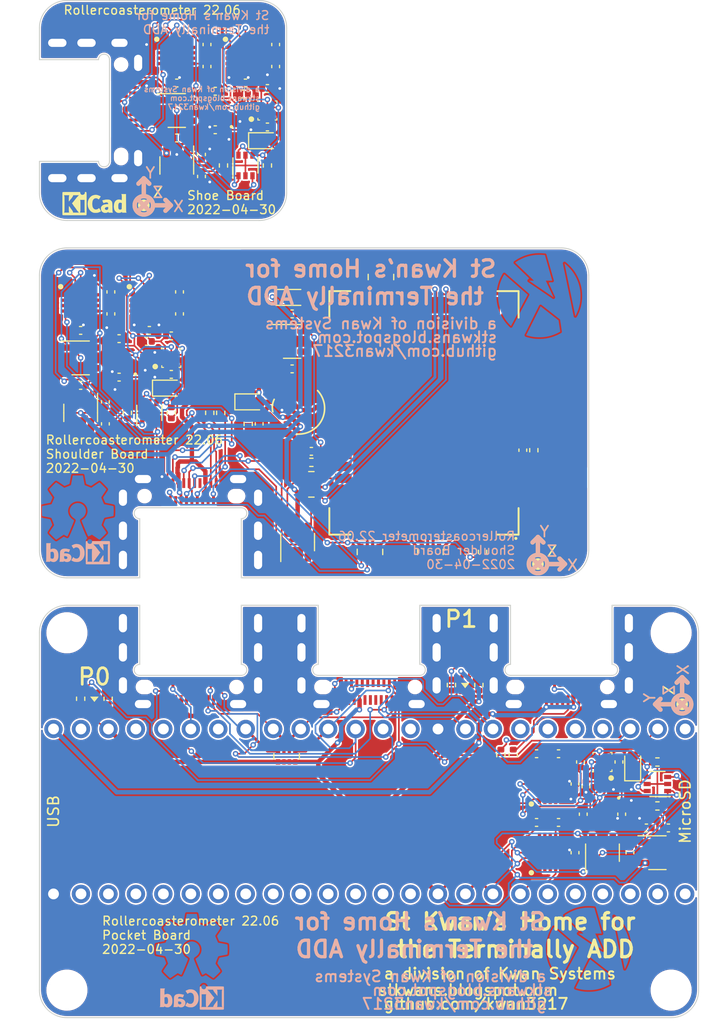
<source format=kicad_pcb>
(kicad_pcb (version 20211014) (generator pcbnew)
  (layers (0 "F.Cu" signal) (31 "B.Cu" signal) (34 "B.Paste" user) (35 "F.Paste" user) (36 "B.SilkS" user "B.Silkscreen") (37 "F.SilkS" user "F.Silkscreen") (38 "B.Mask" user) (39 "F.Mask" user) (44 "Edge.Cuts" user))
  (net 0 "")
  (net 1 "/Shoulder/Q_GND")
  (net 2 "/Shoulder/GPS Rover/V_BATT")
  (net 3 "/Shoulder/Sensor Block/Q_1V8")
  (net 6 "/Shoulder/MAG~{RST}")
  (net 14 "/Shoulder/Q_D-")
  (net 15 "/Shoulder/Q_D+")
  (net 16 "/Shoulder/Q_CC2")
  (net 17 "/Shoe/Sensor Block/Q_1V8")
  (net 18 "/Shoulder/Q_VBUS")
  (net 19 "/Shoulder/Q_SCL")
  (net 20 "/Shoulder/Q_RX_GPS")
  (net 21 "/Shoulder/Q_INT")
  (net 23 "/Shoulder/Q_TX_GPS")
  (net 24 "/Shoulder/Q_SDA")
  (net 25 "/Shoulder/Q_CC1")
  (net 26 "/Shoulder/GPS Rover/RF_IN")
  (net 27 "/Shoulder/GPS Rover/TX_READY-")
  (net 28 "/Shoulder/GPS Rover/~{RESET}-")
  (net 29 "/Shoulder/GPS Rover/EXT_INT-")
  (net 30 "/Shoulder/GPS Rover/~{RESET}")
  (net 31 "/Shoulder/GPS Rover/TX_READY")
  (net 32 "/Shoulder/GPS Rover/~{SAFEBOOT}")
  (net 33 "/Shoulder/GPS Rover/SDA{slash}~{CS}-")
  (net 34 "/Shoulder/GPS Rover/SCL{slash}SCK-")
  (net 35 "/Shoulder/GPS Rover/SDA{slash}~{CS}")
  (net 36 "/Shoulder/GPS Rover/SCL{slash}SCK")
  (net 37 "/Shoulder/GPS Rover/DIR")
  (net 38 "/Shoulder/GPS Rover/WT")
  (net 39 "/Shoulder/GPS Rover/RX2")
  (net 40 "/Shoulder/GPS Rover/TX2")
  (net 41 "/Shoulder/GPS Rover/DIR-")
  (net 42 "/Shoulder/GPS Rover/WT-")
  (net 43 "/Shoulder/GPS Rover/GEOFENCE")
  (net 44 "/Shoulder/GPS Rover/RTK")
  (net 45 "/Shoulder/Q_PPS")
  (net 46 "/Shoulder/GPS Rover/V_RF")
  (net 47 "/Shoulder/GPS Rover/DP-")
  (net 48 "/Shoulder/GPS Rover/DM-")
  (net 49 "/Shoulder/R_D-")
  (net 50 "/Shoulder/R_D+")
  (net 71 "/Shoulder/GPS Rover/D_SEL")
  (net 74 "/Shoulder/GPS Rover/~{SAFEBOOT}-")
  (net 75 "/Shoulder/GPS Rover/RX{slash}MOSI-")
  (net 76 "/Shoulder/GPS Rover/TX{slash}MISO-")
  (net 77 "/Shoulder/GPS Rover/TX2-")
  (net 78 "/Shoulder/GPS Rover/RX2-")
  (net 79 "/Shoulder/GPS Rover/RTK_STAT-")
  (net 80 "/Shoulder/GPS Rover/TIMEPULSE-")
  (net 81 "/Shoulder/GPS Rover/GEOFENCE_STAT-")
  (net 82 "/Shoulder/GPS Rover/V_RF-")
  (net 83 "/Shoulder/GPS Rover/INT")
  (net 84 "/Shoulder/V_USBDETECT")
  (net 85 "/Shoulder/GPS Rover/VBAT+")
  (net 86 "/Shoulder/Q_3V3")
  (net 87 "GND")
  (net 88 "/P1_SDA")
  (net 89 "/RX_GPS")
  (net 90 "+3V3")
  (net 91 "/P1_SCL")
  (net 92 "/TX_GPS")
  (net 93 "/P2_SCL")
  (net 94 "/P2_SDA")
  (net 95 "/P0_SDA")
  (net 96 "/P0_SCL")
  (net 98 "/P1_INT")
  (net 103 "/P2_INT")
  (net 111 "/P1_ID")
  (net 115 "/P0_ID")
  (net 116 "/P0_INT")
  (net 118 "+5V")
  (net 123 "/PPS")
  (net 129 "/Shoe/Q_3V3")
  (net 130 "/Shoe/Q_GND")
  (net 135 "/Shoe/MAG~{RST}")
  (net 140 "/Shoe/USB+ cable/Q_TX_GPS")
  (net 141 "/Shoe/Q_SCL")
  (net 142 "/Shoe/USB+ cable/Q_VBUS")
  (net 144 "/Shoe/Q_INT")
  (net 145 "/Shoe/USB+ cable/Q_CC1")
  (net 146 "/Shoe/USB+ cable/Q_D+")
  (net 147 "/Shoe/Q_SDA")
  (net 148 "/Shoe/USB+ cable/Q_D-")
  (net 149 "/Shoe/USB+ cable/Q_PPS")
  (net 150 "/Shoe/USB+ cable/Q_M~{RST}")
  (net 154 "/Shoe/USB+ cable/Q_CC2")
  (net 160 "/Shoe/USB+ cable/Q_RX_GPS")
  (net 162 "/Shoulder/USB+ cable/Q_M~{RST}")
  (net 163 "/Shoulder/Sensor Block/SCL_1V8")
  (net 164 "/Shoulder/Sensor Block/SDA_1V8")
  (net 165 "/Shoe/Sensor Block/SCL_1V8")
  (net 166 "/Shoe/Sensor Block/SDA_1V8")
  (net 169 "/Shoe/Sensor Block/ICM0/INT2{slash}FSYNC{slash}CLKIN")
  (net 170 "/Shoulder/Sensor Block/BMP pressure sensor/INT")
  (net 172 "/Pocket Sensor Block/Q_1V8")
  (net 173 "/Pocket Sensor Block/SCL_1V8")
  (net 174 "/Pocket Sensor Block/SDA_1V8")
  (net 178 "/Shoulder/Sensor Block/BMM Mag/INT")
  (net 181 "/Pocket Sensor Block/BMP pressure sensor/INT")
  (net 185 "/Shoulder/Sensor Block/BMM Mag/DRDY")
  (net 190 "/Pocket Sensor Block/BMM Mag/INT")
  (net 191 "/Pocket Sensor Block/BMM Mag/DRDY")
  (net 197 "/Shoulder/Sensor Block/ICM1/INT1")
  (net 199 "/Shoulder/Sensor Block/ICM1/INT2{slash}FSYNC{slash}CLKIN")
  (net 205 "/Shoulder/Sensor Block/ICM0/INT2{slash}FSYNC{slash}CLKIN")
  (net 208 "/Shoe/Sensor Block/ICM1/INT1")
  (net 209 "/Shoe/Sensor Block/ICM1/INT2{slash}FSYNC{slash}CLKIN")
  (net 210 "/Shoe/Sensor Block/BMM Mag/INT")
  (net 211 "/Shoe/Sensor Block/BMM Mag/DRDY")
  (net 212 "/Shoe/Sensor Block/BMP pressure sensor/INT")
  (net 213 "/Pocket Sensor Block/ICM0/INT2{slash}FSYNC{slash}CLKIN")
  (net 214 "/Pocket Sensor Block/ICM1/INT1")
  (net 215 "/Pocket Sensor Block/ICM1/INT2{slash}FSYNC{slash}CLKIN")
  (net 216 "/Shoe/USB+ cable/DY-")
  (net 217 "/Shoe/USB+ cable/DG-")
  (net 218 "/Shoulder/USB+ cable/DG-")
  (net 219 "/Shoulder/USB+ cable/DY-")
  (net 234 "/CC1")
  (net 235 "/CC2")
  (footprint "Capacitor_SMD:C_0402_1005Metric" (layer "F.Cu") (at 98.044 65.024 90)
    (fp_text reference "C2106" hide)
    (fp_text value "2.2uF" hide)
  )
  (footprint "Capacitor_SMD:C_0402_1005Metric" (layer "F.Cu") (at 125.73 139.7 90)
    (fp_text reference "C2705" hide)
    (fp_text value "10nF" hide)
  )
  (footprint "Capacitor_SMD:C_0402_1005Metric" (layer "F.Cu") (at 86.106 92.456 180)
    (fp_text reference "C611" hide)
    (fp_text value "100nF" hide)
  )
  (footprint "Capacitor_SMD:C_0402_1005Metric" (layer "F.Cu") (at 99.568 89.916 180)
    (fp_text reference "C505" hide)
    (fp_text value "1uF" hide)
  )
  (footprint "LED_SMD:LED_0603_1608Metric" (layer "F.Cu") (at 88.138 96.774)
    (fp_text reference "D1001" hide)
    (fp_text value "RED" hide)
  )
  (footprint "Capacitor_SMD:C_0402_1005Metric" (layer "F.Cu") (at 126.238 131.318 90)
    (fp_text reference "C3355" hide)
    (fp_text value "100nF" hide)
  )
  (footprint "Package_TO_SOT_SMD:SOT-363_SC-70-6" (layer "F.Cu") (at 133.35 133.35 180)
    (fp_text reference "Q3101" hide)
    (fp_text value "NMOS" hide)
  )
  (footprint "Resistor_SMD:R_0402_1005Metric" (layer "F.Cu") (at 88.392 99.06 -90)
    (fp_text reference "R801" hide)
    (fp_text value "2.2k" hide)
  )
  (footprint "KwanSystems:STANDOFF_NONPLATED" (layer "F.Cu") (at 134.62 152.4)
    (fp_text reference "J129" hide)
    (fp_text value "STANDOFF" hide)
  )
  (footprint "Inductor_SMD:L_0402_1005Metric" (layer "F.Cu") (at 121.498385 104.5411 90)
    (fp_text reference "L401" hide)
    (fp_text value "Ferrite 120NH" hide)
  )
  (footprint "Package_TO_SOT_SMD:SOT-23-5" (layer "F.Cu") (at 80.01 99.06 -90)
    (fp_text reference "U1001" hide)
    (fp_text value "ADP122 1.8V" hide)
  )
  (footprint "Resistor_SMD:R_0402_1005Metric" (layer "F.Cu") (at 80.01 125.476 90)
    (fp_text reference "R1402" hide)
    (fp_text value "1k" hide)
  )
  (footprint "KwanSystems:USB_C_Amphenol_MidMount" (layer "F.Cu") (at 90.17 114.3)
    (fp_text reference "J1602" hide)
    (fp_text value "USB_C_Receptacle" hide)
  )
  (footprint "KwanSystems:Teensy2x24" (layer "F.Cu") (at 77.498 143.51 90)
    (fp_text reference "U104")
    (fp_text value "Teensy4.1")
  )
  (footprint "Capacitor_SMD:C_0402_1005Metric" (layer "F.Cu") (at 126.746 133.604 -90)
    (fp_text reference "C3411" hide)
    (fp_text value "100nF" hide)
  )
  (footprint "Capacitor_SMD:C_0402_1005Metric" (layer "F.Cu") (at 91.694 65.024 90)
    (fp_text reference "C206" hide)
    (fp_text value "2.2uF" hide)
  )
  (footprint "Resistor_SMD:R_0402_1005Metric" (layer "F.Cu") (at 101.346 103.632)
    (fp_text reference "R438" hide)
    (fp_text value "100k" hide)
  )
  (footprint "Capacitor_SMD:C_0402_1005Metric" (layer "F.Cu") (at 130.048 136.144 -90)
    (fp_text reference "C2901" hide)
    (fp_text value "100nF" hide)
  )
  (footprint "Capacitor_SMD:C_0402_1005Metric" (layer "F.Cu") (at 97.282 72.644 180)
    (fp_text reference "C2322" hide)
    (fp_text value "100nF" hide)
  )
  (footprint "KwanSystems:Symbol_KiCAD-Logo_CopperAndSilkScreenTop_small" (layer "F.Cu") (at 81.28 79.629)
    (fp_text reference "G1501" hide)
    (fp_text value "DesignedWithKicad" hide)
  )
  (footprint "KwanSystems:Axis" (layer "F.Cu") (at 135.636 125.984 90)
    (fp_text reference "G105" hide)
    (fp_text value "Axis" hide)
  )
  (footprint "Resistor_SMD:R_0402_1005Metric" (layer "F.Cu") (at 117.182385 111.9071 -90)
    (fp_text reference "R453" hide)
    (fp_text value "27" hide)
  )
  (footprint "Resistor_SMD:R_0402_1005Metric" (layer "F.Cu") (at 95.504 100.076 -90)
    (fp_text reference "R436" hide)
    (fp_text value "3.3k" hide)
  )
  (footprint "Capacitor_SMD:C_0402_1005Metric" (layer "F.Cu") (at 96.52 100.076 90)
    (fp_text reference "C436" hide)
    (fp_text value "1uF" hide)
  )
  (footprint "Capacitor_SMD:C_0402_1005Metric" (layer "F.Cu") (at 83.566 92.202)
    (fp_text reference "C910" hide)
    (fp_text value "100nF" hide)
  )
  (footprint "Capacitor_SMD:C_0402_1005Metric" (layer "F.Cu") (at 124.206 130.556)
    (fp_text reference "C3208" hide)
    (fp_text value "100nF" hide)
  )
  (footprint "Resistor_SMD:R_0402_1005Metric" (layer "F.Cu") (at 84.328 99.06 90)
    (fp_text reference "R802" hide)
    (fp_text value "2.2k" hide)
  )
  (footprint "KwanSystems:StKwansSoldermask" (layer "F.Cu") (at 104.14 148.59)
    (fp_text reference "G102" hide)
    (fp_text value "KwanSystems" hide)
  )
  (footprint "KwanSystems:Axis" (layer "F.Cu") (at 122.301 113.03)
    (fp_text reference "G305" hide)
    (fp_text value "Axis" hide)
  )
  (footprint "Resistor_SMD:R_0402_1005Metric" (layer "F.Cu") (at 121.92 102.5091 90)
    (fp_text reference "R407" hide)
    (fp_text value "27" hide)
  )
  (footprint "Resistor_SMD:R_0402_1005Metric" (layer "F.Cu") (at 82.55 125.476 90)
    (fp_text reference "R1401" hide)
    (fp_text value "330" hide)
  )
  (footprint "KwanSystems:ZED-F9x" (layer "F.Cu") (at 111.76 99.06 90)
    (fp_text reference "U401" hide)
    (fp_text value "ZED_F9R")
  )
  (footprint "Package_TO_SOT_SMD:SOT-23-5" (layer "F.Cu") (at 133.35 139.7)
    (fp_text reference "U3001" hide)
    (fp_text value "ADP122 1.8V" hide)
  )
  (footprint "Capacitor_SMD:C_0402_1005Metric" (layer "F.Cu") (at 89.154 89.916 -90)
    (fp_text reference "C1208" hide)
    (fp_text value "100nF" hide)
  )
  (footprint "LED_SMD:LED_0603_1608Metric" (layer "F.Cu") (at 131.064 131.572 90)
    (fp_text reference "D3001" hide)
    (fp_text value "RED" hide)
  )
  (footprint "KwanSystems:USB_C_Amphenol_MidMount" (layer "F.Cu") (at 76.2 71.12 -90)
    (fp_text reference "J1402" hide)
    (fp_text value "USB_C_Receptacle" hide)
  )
  (footprint "KwanSystems:STANDOFF_NONPLATED" (layer "F.Cu") (at 78.74 119.38)
    (fp_text reference "J120" hide)
    (fp_text value "STANDOFF" hide)
  )
  (footprint "Package_TO_SOT_SMD:SOT-23-6" (layer "F.Cu") (at 128.27 139.7 90)
    (fp_text reference "U2801" hide)
    (fp_text value "TLE493D-W2B6" hide)
  )
  (footprint "Capacitor_SMD:C_0402_1005Metric" (layer "F.Cu") (at 88.392 95.504 180)
    (fp_text reference "C1122" hide)
    (fp_text value "100nF" hide)
  )
  (footprint "Capacitor_SMD:C_0402_1005Metric" (layer "F.Cu") (at 125.73 133.35 90)
    (fp_text reference "C3205" hide)
    (fp_text value "10nF" hide)
  )
  (footprint "Resistor_SMD:R_0402_1005Metric" (layer "F.Cu") (at 116.84 124.206 90)
    (fp_text reference "R1601" hide)
    (fp_text value "330" hide)
  )
  (footprint "KwanSystems:STANDOFF_NONPLATED" (layer "F.Cu") (at 134.62 119.38)
    (fp_text reference "J127" hide)
    (fp_text value "STANDOFF" hide)
  )
  (footprint "KwanSystems:QFN50P300X250X97-14N" (layer "F.Cu") (at 95.25 66.04)
    (fp_text reference "U2101" hide)
    (fp_text value "ICM-42688" hide)
  )
  (footprint "KwanSystems:Coin_Cell_ML414H" (layer "F.Cu") (at 100.168 98.624 180)
    (fp_text reference "B401" hide)
    (fp_text value "ML414H" hide)
  )
  (footprint "KwanSystems:R_Array_Convex_4x0402" (layer "F.Cu") (at 101.346 105.664)
    (fp_text reference "R439" hide)
    (fp_text value "27" hide)
  )
  (footprint "KwanSystems:BMM150" (layer "F.Cu") (at 97.282 71.12)
    (fp_text reference "U2201" hide)
    (fp_text value "BMM150")
  )
  (footprint "KwanSystems:BMP384" (layer "F.Cu") (at 92.456 71.12 -90)
    (fp_text reference "U2501" hide)
    (fp_text value "BMP384")
  )
  (footprint "Capacitor_SMD:C_0402_1005Metric" (layer "F.Cu") (at 122.174 130.556 180)
    (fp_text reference "C3206" hide)
    (fp_text value "2.2uF" hide)
  )
  (footprint "Capacitor_SMD:C_0402_1005Metric" (layer "F.Cu") (at 91.186 77.216 -90)
    (fp_text reference "C1905" hide)
    (fp_text value "1uF" hide)
  )
  (footprint "Capacitor_SMD:C_0402_1005Metric" (layer "F.Cu") (at 82.296 98.044 90)
    (fp_text reference "C1001" hide)
    (fp_text value "1uF" hide)
  )
  (footprint "KwanSystems:STANDOFF_NONPLATED" (layer "F.Cu") (at 78.74 152.4)
    (fp_text reference "J125" hide)
    (fp_text value "STANDOFF" hide)
  )
  (footprint "Capacitor_SMD:C_0402_1005Metric" (layer "F.Cu") (at 91.694 67.056 -90)
    (fp_text reference "C208" hide)
    (fp_text value "100nF" hide)
  )
  (footprint "Resistor_SMD:R_0402_1005Metric" (layer "F.Cu") (at 118.872 130.683 90)
    (fp_text reference "R102" hide)
    (fp_text value "5.1k" hide)
  )
  (footprint "KwanSystems:QFN50P300X250X97-14N" (layer "F.Cu") (at 80.01 88.9)
    (fp_text reference "U1301" hide)
    (fp_text value "ICM-42688" hide)
  )
  (footprint "KwanSystems:USB_C_Amphenol_MidMount" (layer "F.Cu") (at 124.46 116.84 180)
    (fp_text reference "J101" hide)
    (fp_text value "USB_C_Receptacle")
  )
  (footprint "KwanSystems:QFN50P300X250X97-14N" (layer "F.Cu") (at 123.19 139.7 90)
    (fp_text reference "U2701" hide)
    (fp_text value "ICM-42688" hide)
  )
  (footprint "Package_TO_SOT_SMD:SOT-23-6" (layer "F.Cu") (at 100.076 110.998 90)
    (fp_text reference "U301" hide)
    (fp_text value "USBLC6-2SC6" hide)
  )
  (footprint "Capacitor_SMD:C_0402_1005Metric" (layer "F.Cu") (at 132.334 137.414 180)
    (fp_text reference "C3001" hide)
    (fp_text value "1uF" hide)
  )
  (footprint "KwanSystems:AK09918C" (layer "F.Cu") (at 86.106 93.98)
    (fp_text reference "U601" hide)
    (fp_text value "AK09918")
  )
  (footprint "Capacitor_SMD:C_0402_1005Metric" (layer "F.Cu") (at 82.804 89.916 -90)
    (fp_text reference "C1308" hide)
    (fp_text value "100nF" hide)
  )
  (footprint "KwanSystems:LEDKingbrightAPHB" (layer "F.Cu") (at 81.28 125.476 90)
    (fp_text reference "D1401" hide)
    (fp_text value "GREEN, YELLOW")
  )
  (footprint "Capacitor_SMD:C_0402_1005Metric" (layer "F.Cu") (at 95.25 68.58)
    (fp_text reference "C2105" hide)
    (fp_text value "10nF" hide)
  )
  (footprint "Capacitor_SMD:C_0402_1005Metric" (layer "F.Cu") (at 92.456 69.342)
    (fp_text reference "C2510" hide)
    (fp_text value "100nF" hide)
  )
  (footprint "Capacitor_SMD:C_0402_1005Metric" (layer "F.Cu") (at 92.456 72.898 180)
    (fp_text reference "C2501" hide)
    (fp_text value "100nF" hide)
  )
  (footprint "Package_TO_SOT_SMD:SOT-363_SC-70-6" (layer "F.Cu") (at 86.36 99.06 90)
    (fp_text reference "Q801" hide)
    (fp_text value "NMOS" hide)
  )
  (footprint "Capacitor_SMD:C_0402_1005Metric" (layer "F.Cu") (at 91.186 75.184 90)
    (fp_text reference "C1901" hide)
    (fp_text value "1uF" hide)
  )
  (footprint "KwanSystems:R_Array_Convex_4x0402" (layer "F.Cu") (at 112.354385 111.9071 -90)
    (fp_text reference "R408" hide)
    (fp_text value "27" hide)
  )
  (footprint "Capacitor_SMD:C_0402_1005Metric" (layer "F.Cu") (at 122.174 136.906 180)
    (fp_text reference "C2706" hide)
    (fp_text value "2.2uF" hide)
  )
  (footprint "KwanSystems:USB_C_Amphenol_MidMount" (layer "F.Cu") (at 106.68 116.84 180)
    (fp_text reference "J1601" hide)
    (fp_text value "USB_C_Receptacle" hide)
  )
  (footprint "KwanSystems:BMM150" (layer "F.Cu") (at 128.27 131.318 90)
    (fp_text reference "U3301" hide)
    (fp_text value "BMM150")
  )
  (footprint "Resistor_SMD:R_0402_1005Metric" (layer "F.Cu") (at 120.015 130.683 90)
    (fp_text reference "R101" hide)
    (fp_text value "5.1k" hide)
  )
  (footprint "Capacitor_SMD:C_0402_1005Metric" (layer "F.Cu") (at 80.01 91.44)
    (fp_text reference "C1305" hide)
    (fp_text value "10nF" hide)
  )
  (footprint "Capacitor_SMD:C_0402_1005Metric" (layer "F.Cu") (at 99.568 94.996)
    (fp_text reference "C501" hide)
    (fp_text value "1uF" hide)
  )
  (footprint "Capacitor_SMD:C_0402_1005Metric" (layer "F.Cu") (at 82.804 87.884 90)
    (fp_text reference "C1306" hide)
    (fp_text value "2.2uF" hide)
  )
  (footprint "KwanSystems:R_Array_Convex_4x0402" (layer "F.Cu") (at 107.782385 86.5071 90)
    (fp_text reference "R410" hide)
    (fp_text value "27" hide)
  )
  (footprint "Capacitor_SMD:C_0402_1005Metric" (layer "F.Cu") (at 101.346 102.616 180)
    (fp_text reference "C438" hide)
    (fp_text value "1uF" hide)
  )
  (footprint "Capacitor_SMD:C_0402_1005Metric" (layer "F.Cu") (at 80.01 96.52 180)
    (fp_text reference "C704" hide)
    (fp_text value "100nF" hide)
  )
  (footprint "Capacitor_SMD:C_0402_1005Metric" (layer "F.Cu") (at 89.154 87.884 90)
    (fp_text reference "C1206" hide)
    (fp_text value "2.2uF" hide)
  )
  (footprint "KwanSystems:AK09918C" (layer "F.Cu") (at 128.27 133.604 90)
    (fp_text reference "U3401" hide)
    (fp_text value "AK09918")
  )
  (footprint "Resistor_SMD:R_0402_1005Metric" (layer "F.Cu") (at 133.35 135.382 180)
    (fp_text reference "R3102" hide)
    (fp_text value "2.2k" hide)
  )
  (footprint "LED_SMD:LED_0603_1608Metric" (layer "F.Cu") (at 97.028 73.914)
    (fp_text reference "D1905" hide)
    (fp_text value "RED" hide)
  )
  (footprint "KwanSystems:R_Array_Convex_2x0402" (layer "F.Cu") (at 116.84 140.97 90)
    (fp_text reference "R116")
    (fp_text value "10k")
  )
  (footprint "KwanSystems:QFN50P300X250X97-14N" (layer "F.Cu") (at 123.19 133.35 90)
    (fp_text reference "U3201" hide)
    (fp_text value "ICM-42688" hide)
  )
  (footprint "KwanSystems:LEDKingbrightAPHB" (layer "F.Cu") (at 115.57 124.206 90)
    (fp_text reference "D1601" hide)
    (fp_text value "GREEN, YELLOW")
  )
  (footprint "Capacitor_SMD:C_0402_1005Metric" (layer "F.Cu") (at 98.044 67.056 -90)
    (fp_text reference "C2108" hide)
    (fp_text value "100nF" hide)
  )
  (footprint "Resistor_SMD:R_0402_1005Metric" (layer "F.Cu") (at 97.282 76.2 -90)
    (fp_text reference "R2001" hide)
    (fp_text value "2.2k" hide)
  )
  (footprint "Package_TO_SOT_SMD:SOT-23-5" (layer "F.Cu") (at 88.9 76.2 -90)
    (fp_text reference "U1901" hide)
    (fp_text value "ADP122 1.8V" hide)
  )
  (footprint "KwanSystems:USB_C_Amphenol_MidMount" (layer "F.Cu") (at 90.17 116.84 180)
    (fp_text reference "J1401" hide)
    (fp_text value "USB_C_Receptacle" hide)
  )
  (footprint "KwanSystems:R_Array_Convex_4x0402" (layer "F.Cu") (at 99.06 130.81 -90)
    (fp_text reference "R138" hide)
    (fp_text value "10k")
  )
  (footprint "Package_TO_SOT_SMD:SOT-363_SC-70-6" (layer "F.Cu") (at 95.25 76.2 90)
    (fp_text reference "Q2001" hide)
    (fp_text value "NMOS" hide)
  )
  (footprint "Resistor_SMD:R_0402_1005Metric" (layer "F.Cu") (at 133.35 131.318)
    (fp_text reference "R3101" hide)
    (fp_text value "2.2k" hide)
  )
  (footprint "Capacitor_SMD:C_0402_1005Metric" (layer "F.Cu") (at 97.282 69.088)
    (fp_text reference "C2355" hide)
    (fp_text value "100nF" hide)
  )
  (footprint "Resistor_SMD:R_0402_1005Metric" (layer "F.Cu") (at 92.964 99.06 90)
    (fp_text reference "R302" hide)
    (fp_text value "5.1k" hide)
  )
  (footprint "Resistor_SMD:R_0402_1005Metric" (layer "F.Cu") (at 93.218 76.2 90)
    (fp_text reference "R2002" hide)
    (fp_text value "2.2k" hide)
  )
  (footprint "Diode_SMD:D_0603_1608Metric" (layer "F.Cu") (at 99.568 88.392)
    (fp_text reference "D338" hide)
    (fp_text value "0.5A/420mV" hide)
  )
  (footprint "Capacitor_SMD:C_0402_1005Metric" (layer "F.Cu") (at 94.996 69.596 180)
    (fp_text reference "C2411" hide)
    (fp_text value "100nF" hide)
  )
  (footprint "Resistor_SMD:R_0402_1005Metric" (layer "F.Cu") (at 114.3 124.206 90)
    (fp_text reference "R1602" hide)
    (fp_text value "1k" hide)
  )
  (footprint "Capacitor_SMD:C_0402_1005Metric" (layer "F.Cu") (at 134.366 137.414)
    (fp_text reference "C3005" hide)
    (fp_text value "1uF" hide)
  )
  (footprint "Diode_SMD:D_0603_1608Metric" (layer "F.Cu") (at 95.758 98.044)
    (fp_text reference "D401" hide)
    (fp_text value "0.5A/420mV" hide)
  )
  (footprint "Capacitor_SMD:C_0402_1005Metric" (layer "F.Cu") (at 88.9 73.66 180)
    (fp_text reference "C1804" hide)
    (fp_text value "100nF" hide)
  )
  (footprint "Package_TO_SOT_SMD:SOT-23-6" (layer "F.Cu") (at 88.9 71.12)
    (fp_text reference "U1801" hide)
    (fp_text value "TLE493D-W2B6" hide)
  )
  (footprint "KwanSystems:SMA-EDGE" (layer "F.Cu") (at 124.81865 105.0491 -90)
    (fp_text reference "J401" hide)
    (fp_text value "SMA" hide)
  )
  (footprint "KwanSystems:QFN50P300X250X97-14N" (layer "F.Cu") (at 86.36 88.9)
    (fp_text reference "U1201" hide)
    (fp_text value "ICM-42688" hide)
  )
  (footprint "Capacitor_SMD:C_0402_1005Metric" (layer "F.Cu") (at 124.206 136.906)
    (fp_text reference "C2708" hide)
    (fp_text value "100nF" hide)
  )
  (footprint "KwanSystems:QFN50P300X250X97-14N" (layer "F.Cu") (at 88.9 66.04)
    (fp_text reference "U201" hide)
    (fp_text value "ICM-42688" hide)
  )
  (footprint "Package_TO_SOT_SMD:SOT-23-6" (layer "F.Cu") (at 80.01 93.98)
    (fp_text reference "U704" hide)
    (fp_text value "TLE493D-W2B6" hide)
  )
  (footprint "Capacitor_SMD:C_0402_1005Metric" (layer "F.Cu") (at 83.566 95.758 180)
    (fp_text reference "C901" hide)
    (fp_text value "100nF" hide)
  )
  (footprint "Capacitor_SMD:C_0402_1005Metric" (layer "F.Cu") (at 130.81 139.7 -90)
    (fp_text reference "C2804" hide)
    (fp_text value "100nF" hide)
  )
  (footprint "Capacitor_SMD:C_0402_1005Metric" (layer "F.Cu") (at 82.296 100.076 -90)
    (fp_text reference "C1005" hide)
    (fp_text value "1uF" hide)
  )
  (footprint "Capacitor_SMD:C_0402_1005Metric" (layer "F.Cu") (at 129.794 131.318 -90)
    (fp_text reference "C3322" hide)
    (fp_text value "100nF" hide)
  )
  (footprint "KwanSystems:Axis" (layer "F.Cu") (at 85.852 79.883)
    (fp_text reference "G1505" hide)
    (fp_text value "Axis" hide)
  )
  (footprint "Capacitor_SMD:C_0402_1005Metric" (layer "F.Cu") (at 88.392 91.948)
    (fp_text reference "C1155" hide)
    (fp_text value "100nF" hide)
  )
  (footprint "KwanSystems:BMM150" (layer "F.Cu") (at 88.392 93.98)
    (fp_text reference "U1101" hide)
    (fp_text value "BMM150")
  )
  (footprint "Capacitor_SMD:C_0402_1005Metric" (layer "F.Cu") (at 126.492 136.144 90)
    (fp_text reference "C2910" hide)
    (fp_text value "100nF" hide)
  )
  (footprint "Capacitor_SMD:C_0402_1005Metric" (layer "F.Cu") (at 86.36 91.44)
    (fp_text reference "C1205" hide)
    (fp_text value "10nF" hide)
  )
  (footprint "Capacitor_SMD:C_0402_1005Metric" (layer "F.Cu") (at 120.904 102.5091 90)
    (fp_text reference "C401" hide)
    (fp_text value "47pF" hide)
  )
  (footprint "Package_TO_SOT_SMD:SOT-23-5" (layer "F.Cu") (at 99.568 92.456)
    (fp_text reference "U501" hide)
    (fp_text value "ADP122 3.3V" hide)
  )
  (footprint "KwanSystems:BMP384" (layer "F.Cu") (at 128.27 136.144)
    (fp_text reference "U2901" hide)
    (fp_text value "BMP384")
  )
  (footprint "KwanSystems:R_Array_Convex_4x0402" (layer "F.Cu") (at 106.766385 111.9071 -90)
    (fp_text reference "R409" hide)
    (fp_text value "27" hide)
  )
  (footprint "KwanSystems:AK09918C" (layer "F.Cu") (at 94.996 71.12)
    (fp_text reference "U2401" hide)
    (fp_text value "AK09918")
  )
  (footprint "KwanSystems:StKwansSoldermask" (layer "F.Cu") (at 93.599 87.884)
    (fp_text reference "G301" hide)
    (fp_text value "KwanSystems" hide)
  )
  (footprint "Resistor_SMD:R_0402_1005Metric" (layer "F.Cu") (at 91.948 99.06 90)
    (fp_text reference "R301" hide)
    (fp_text value "5.1k" hide)
  )
  (footprint "Capacitor_SMD:C_0402_1005Metric" (layer "F.Cu") (at 88.9 68.58)
    (fp_text reference "C205" hide)
    (fp_text value "10nF" hide)
  )
  (footprint "KwanSystems:BMP384" (layer "F.Cu") (at 83.566 93.98 -90)
    (fp_text reference "U901" hide)
    (fp_text value "BMP384")
  )
  (footprint "KwanSystems:Symbol_KiCAD-Logo_CopperAndSilkScreenTop_small" (layer "B.Cu") (at 90.297 153.035 180)
    (fp_text reference "G103" hide)
    (fp_text value "DesignedWithKicad" hide)
  )
  (footprint "KwanSystems:OSHW-Symbol_6.7x6mm_SolderMask" (layer "B.Cu") (at 79.756 107.823 180)
    (fp_text reference "G304" hide)
    (fp_text value "OSHW" hide)
  )
  (footprint "KwanSystems:StKwansSoldermask" (layer "B.Cu") (at 127 148.59 180)
    (fp_text reference "G101" hide)
    (fp_text value "KwanSystems" hide)
  )
  (footprint "KwanSystems:StKwansSoldermask" (layer "B.Cu") (at 122.428 88.265 180)
    (fp_text reference "G302" hide)
    (fp_text value "KwanSystems" hide)
  )
  (footprint "KwanSystems:Symbol_KiCAD-Logo_CopperAndSilkScreenTop_small" (layer "B.Cu") (at 79.756 111.887 180)
    (fp_text reference "G303" hide)
    (fp_text value "DesignedWithKicad" hide)
  )
  (footprint "KwanSystems:OSHW-Symbol_6.7x6mm_SolderMask" (layer "B.Cu") (at 90.297 148.336 180)
    (fp_text reference "G104" hide)
    (fp_text value "OSHW" hide)
  )
  (gr_line (start 78.74 81.28) (end 96.52 81.28) (layer "Edge.Cuts") (width 0.1))
  (gr_line (start 101.981 122.301) (end 101.981 116.84) (layer "Edge.Cuts") (width 0.1))
  (gr_arc (start 82.677 75.819) (mid 82.169 76.327) (end 81.661 75.819) (layer "Edge.Cuts") (width 0.1))
  (gr_arc (start 101.981 123.317) (mid 101.473 122.809) (end 101.981 122.301) (layer "Edge.Cuts") (width 0.1))
  (gr_line (start 76.2 66.421) (end 81.661 66.421) (layer "Edge.Cuts") (width 0.1))
  (gr_line (start 85.471 114.3) (end 85.471 108.839) (layer "Edge.Cuts") (width 0.1))
  (gr_line (start 101.981 116.84) (end 94.869 116.84) (layer "Edge.Cuts") (width 0.1))
  (gr_arc (start 85.471 123.317) (mid 84.963 122.809) (end 85.471 122.301) (layer "Edge.Cuts") (width 0.1))
  (gr_arc (start 124.46 83.82) (mid 126.25079 84.56921) (end 127 86.36) (layer "Edge.Cuts") (width 0.1))
  (gr_line (start 85.471 123.317) (end 94.869 123.317) (layer "Edge.Cuts") (width 0.1))
  (gr_arc (start 76.2 119.38) (mid 76.943949 117.583949) (end 78.74 116.84) (layer "Edge.Cuts") (width 0.1))
  (gr_arc (start 76.2 86.36) (mid 76.943949 84.563949) (end 78.74 83.82) (layer "Edge.Cuts") (width 0.1))
  (gr_arc (start 96.52 60.96) (mid 98.316051 61.703949) (end 99.06 63.5) (layer "Edge.Cuts") (width 0.1))
  (gr_arc (start 78.74 154.94) (mid 76.943949 154.196051) (end 76.2 152.4) (layer "Edge.Cuts") (width 0.1))
  (gr_arc (start 129.159 122.301) (mid 129.667 122.809) (end 129.159 123.317) (layer "Edge.Cuts") (width 0.1))
  (gr_line (start 129.159 116.84) (end 134.62 116.84) (layer "Edge.Cuts") (width 0.1))
  (gr_line (start 124.46 114.3) (end 94.869 114.3) (layer "Edge.Cuts") (width 0.1))
  (gr_line (start 137.16 119.38) (end 137.16 152.4) (layer "Edge.Cuts") (width 0.1))
  (gr_line (start 127 86.36) (end 127 111.76) (layer "Edge.Cuts") (width 0.1))
  (gr_arc (start 99.06 78.74) (mid 98.316051 80.536051) (end 96.52 81.28) (layer "Edge.Cuts") (width 0.1))
  (gr_arc (start 127 111.76) (mid 126.245507 113.545507) (end 124.46 114.3) (layer "Edge.Cuts") (width 0.1))
  (gr_line (start 76.2 152.4) (end 76.2 119.38) (layer "Edge.Cuts") (width 0.1))
  (gr_arc (start 78.74 114.3) (mid 76.943949 113.556051) (end 76.2 111.76) (layer "Edge.Cuts") (width 0.1))
  (gr_arc (start 94.869 122.301) (mid 95.377 122.809) (end 94.869 123.317) (layer "Edge.Cuts") (width 0.1))
  (gr_arc (start 137.16 152.4) (mid 136.416051 154.196051) (end 134.62 154.94) (layer "Edge.Cuts") (width 0.1))
  (gr_line (start 99.06 78.74) (end 99.06 63.5) (layer "Edge.Cuts") (width 0.1))
  (gr_line (start 85.471 107.823) (end 94.869 107.823) (layer "Edge.Cuts") (width 0.1))
  (gr_line (start 76.2 111.76) (end 76.2 86.36) (layer "Edge.Cuts") (width 0.1))
  (gr_line (start 82.677 66.421) (end 82.677 75.819) (layer "Edge.Cuts") (width 0.1))
  (gr_line (start 78.74 83.82) (end 124.46 83.82) (layer "Edge.Cuts") (width 0.1))
  (gr_arc (start 85.471 108.839) (mid 84.963 108.331) (end 85.471 107.823) (layer "Edge.Cuts") (width 0.1))
  (gr_line (start 76.2 75.819) (end 76.2 78.74) (layer "Edge.Cuts") (width 0.1))
  (gr_line (start 96.52 60.96) (end 78.74 60.96) (layer "Edge.Cuts") (width 0.1))
  (gr_line (start 85.471 116.84) (end 85.471 122.301) (layer "Edge.Cuts") (width 0.1))
  (gr_arc (start 134.62 116.84) (mid 136.416051 117.583949) (end 137.16 119.38) (layer "Edge.Cuts") (width 0.1))
  (gr_arc (start 119.761 123.317) (mid 119.253 122.809) (end 119.761 122.301) (layer "Edge.Cuts") (width 0.1))
  (gr_line (start 81.661 75.819) (end 76.2 75.819) (layer "Edge.Cuts") (width 0.1))
  (gr_line (start 129.159 123.317) (end 119.761 123.317) (layer "Edge.Cuts") (width 0.1))
  (gr_line (start 119.761 116.84) (end 111.379 116.84) (layer "Edge.Cuts") (width 0.1))
  (gr_line (start 94.869 114.3) (end 94.869 108.839) (layer "Edge.Cuts") (width 0.1))
  (gr_line (start 134.62 154.94) (end 78.74 154.94) (layer "Edge.Cuts") (width 0.1))
  (gr_line (start 111.379 123.317) (end 101.981 123.317) (layer "Edge.Cuts") (width 0.1))
  (gr_line (start 119.761 122.301) (end 119.761 116.84) (layer "Edge.Cuts") (width 0.1))
  (gr_arc (start 81.661 66.421) (mid 82.169 65.913) (end 82.677 66.421) (layer "Edge.Cuts") (width 0.1))
  (gr_arc (start 94.869 107.823) (mid 95.377 108.331) (end 94.869 108.839) (layer "Edge.Cuts") (width 0.1))
  (gr_line (start 76.2 63.5) (end 76.2 66.421) (layer "Edge.Cuts") (width 0.1))
  (gr_line (start 78.74 116.84) (end 85.471 116.84) (layer "Edge.Cuts") (width 0.1))
  (gr_arc (start 78.74 81.28) (mid 76.943949 80.536051) (end 76.2 78.74) (layer "Edge.Cuts") (width 0.1))
  (gr_arc (start 111.379 122.301) (mid 111.887 122.809) (end 111.379 123.317) (layer "Edge.Cuts") (width 0.1))
  (gr_line (start 111.379 116.84) (end 111.379 122.301) (layer "Edge.Cuts") (width 0.1))
  (gr_line (start 129.159 116.84) (end 129.159 122.301) (layer "Edge.Cuts") (width 0.1))
  (gr_line (start 94.869 122.301) (end 94.869 116.84) (layer "Edge.Cuts") (width 0.1))
  (gr_line (start 78.74 114.3) (end 85.471 114.3) (layer "Edge.Cuts") (width 0.1))
  (gr_arc (start 76.2 63.5) (mid 76.943949 61.703949) (end 78.74 60.96) (layer "Edge.Cuts") (width 0.1))
  (gr_text "Rollercoasterometer 22.06\nShoulder Board\n2022-04-30" (at 120.269 111.76) (layer "B.SilkS") (effects (font (size 0.8128 0.8128) (thickness 0.127)) (justify left mirror)))
  (gr_text "a division of Kwan Systems\nstkwans.blogspot.com\ngithub.com/kwan3217" (at 96.647 69.977) (layer "B.SilkS") (effects (font (size 0.508 0.508) (thickness 0.1016)) (justify left mirror)))
  (gr_text "St Kwan's Home for\nthe Terminally ADD" (at 97.536 62.992) (layer "B.SilkS") (effects (font (size 0.8128 0.8128) (thickness 0.127)) (justify left mirror)))
  (gr_text "Rollercoasterometer 22.06\nShoulder Board\n2022-04-30" (at 76.708 102.87) (layer "F.SilkS") (effects (font (size 0.8128 0.8128) (thickness 0.127)) (justify left)))
  (gr_text "Rollercoasterometer 22.06" (at 78.359 61.849) (layer "F.SilkS") (effects (font (size 0.8128 0.8128) (thickness 0.127)) (justify left)))
  (gr_text "P0" (at 81.28 123.444) (layer "F.SilkS") (effects (font (size 1.524 1.524) (thickness 0.254))))
  (gr_text "Shoe Board\n2022-04-30" (at 89.789 79.629) (layer "F.SilkS") (effects (font (size 0.8128 0.8128) (thickness 0.127)) (justify left)))
  (gr_text "P1" (at 115.189 118.11) (layer "F.SilkS") (effects (font (size 1.524 1.524) (thickness 0.254))))
  (gr_text "Rollercoasterometer 22.06\nPocket Board\n2022-04-30" (at 81.915 147.32) (layer "F.SilkS") (effects (font (size 0.8128 0.8128) (thickness 0.127)) (justify left)))
  (via (at 81.28 86.36) (size 0.508) (drill 0.254) (layers "F.Cu" "B.Cu") (net 1))
  (via (at 80.264 90.932) (size 0.508) (drill 0.254) (layers "F.Cu" "B.Cu") (net 1))
  (via (at 82.931 95.25) (size 0.508) (drill 0.254) (layers "F.Cu" "B.Cu") (net 1))
  (via (at 87.249 90.932) (size 0.508) (drill 0.254) (layers "F.Cu" "B.Cu") (net 1))
  (via (at 98.6282 98.806) (size 0.508) (drill 0.254) (layers "F.Cu" "B.Cu") (net 1))
  (via (at 87.53022 104.9528) (size 0.508) (drill 0.254) (layers "F.Cu" "B.Cu") (net 1))
  (via (at 83.185 96.901) (size 0.508) (drill 0.254) (layers "F.Cu" "B.Cu") (net 1))
  (via (at 85.979 95.123) (size 0.508) (drill 0.254) (layers "F.Cu" "B.Cu") (net 1))
  (via (at 82.423 91.186) (size 0.508) (drill 0.254) (layers "F.Cu" "B.Cu") (net 1))
  (via (at 86.868 93.472) (size 0.508) (drill 0.254) (layers "F.Cu" "B.Cu") (net 1))
  (via (at 86.868 95.758) (size 0.508) (drill 0.254) (layers "F.Cu" "B.Cu") (net 1))
  (via (at 84.963 90.932) (size 0.508) (drill 0.254) (layers "F.Cu" "B.Cu") (net 1))
  (segment (start 96.49 100.586) (end 96.52 100.556) (width 0.4064) (layer "F.Cu") (net 2))
  (segment (start 99.822 101.346) (end 99.132 100.656) (width 0.4064) (layer "F.Cu") (net 2))
  (segment (start 95.504 100.586) (end 96.49 100.586) (width 0.4064) (layer "F.Cu") (net 2))
  (segment (start 98.046 100.556) (end 96.52 100.556) (width 0.4064) (layer "F.Cu") (net 2))
  (segment (start 100.838 101.346) (end 99.822 101.346) (width 0.4064) (layer "F.Cu") (net 2))
  (segment (start 101.474 100.71) (end 100.838 101.346) (width 0.4064) (layer "F.Cu") (net 2))
  (segment (start 99.132 100.656) (end 98.146 100.656) (width 0.4064) (layer "F.Cu") (net 2))
  (segment (start 98.146 100.656) (end 98.046 100.556) (width 0.4064) (layer "F.Cu") (net 2))
  (segment (start 104.31 100.71) (end 101.474 100.71) (width 0.4064) (layer "F.Cu") (net 2))
  (segment (start 84.836 85.852) (end 86.868 85.852) (width 0.1524) (layer "F.Cu") (net 3))
  (segment (start 86.306 93.78) (end 86.494191 93.78) (width 0.1524) (layer "F.Cu") (net 3))
  (segment (start 84.96 88.15) (end 84.96 87.593778) (width 0.1524) (layer "F.Cu") (net 3))
  (segment (start 86.36 100.01) (end 86.36 99.06) (width 0.1524) (layer "F.Cu") (net 3))
  (segment (start 85.86 91.42) (end 85.88 91.44) (width 0.1524) (layer "F.Cu") (net 3))
  (segment (start 89.154 88.364) (end 88.54 87.75) (width 0.1524) (layer "F.Cu") (net 3))
  (segment (start 84.4235 94.38) (end 84.4235 94.23) (width 0.1524) (layer "F.Cu") (net 3))
  (segment (start 86.586 92.456) (end 87.404 92.456) (width 0.1524) (layer "F.Cu") (net 3))
  (segment (start 88.94012 99.02188) (end 88.94012 95.57212) (width 0.1524) (layer "F.Cu") (net 3))
  (segment (start 87.76 89.65) (end 88.94 89.65) (width 0.1524) (layer "F.Cu") (net 3))
  (segment (start 88.94012 95.57212) (end 88.872 95.504) (width 0.1524) (layer "F.Cu") (net 3))
  (segment (start 84.328 98.55) (end 84.328 96.04) (width 0.1524) (layer "F.Cu") (net 3))
  (segment (start 84.96 87.593778) (end 84.582 87.215778) (width 0.1524) (layer "F.Cu") (net 3))
  (segment (start 80.96 100.1975) (end 81.6945 100.1975) (width 0.1524) (layer "F.Cu") (net 3))
  (segment (start 86.868 85.852) (end 86.86 85.86) (width 0.1524) (layer "F.Cu") (net 3))
  (segment (start 82.337889 96.053889) (end 82.337889 93.938111) (width 0.1524) (layer "F.Cu") (net 3))
  (segment (start 84.046 95.758) (end 84.046 94.7575) (width 0.1524) (layer "F.Cu") (net 3))
  (segment (start 86.36 99.06) (end 86.36 98.11) (width 0.1524) (layer "F.Cu") (net 3))
  (segment (start 82.58012 96.29612) (end 82.337889 96.053889) (width 0.1524) (layer "F.Cu") (net 3))
  (segment (start 84.046 95.758) (end 83.50788 96.29612) (width 0.1524) (layer "F.Cu") (net 3))
  (segment (start 84.328 98.55) (end 84.838 99.06) (width 0.1524) (layer "F.Cu") (net 3))
  (segment (start 86.106 95.758) (end 87.122 94.742) (width 0.1524) (layer "F.Cu") (net 3))
  (segment (start 88.109 93.697) (end 87.826 93.414) (width 0.1524) (layer "F.Cu") (net 3))
  (segment (start 84.582 87.215778) (end 84.582 86.106) (width 0.1524) (layer "F.Cu") (net 3))
  (segment (start 88.94 89.65) (end 89.154 89.436) (width 0.1524) (layer "F.Cu") (net 3))
  (segment (start 87.688 93.414) (end 87.826 93.414) (width 0.1524) (layer "F.Cu") (net 3))
  (segment (start 87.912 89.802) (end 87.76 89.65) (width 0.1524) (layer "F.Cu") (net 3))
  (segment (start 81.6945 100.1975) (end 82.296 99.596) (width 0.1524) (layer "F.Cu") (net 3))
  (segment (start 86.694191 93.98) (end 87.122 93.98) (width 0.1524) (layer "F.Cu") (net 3))
  (segment (start 83.50788 96.29612) (end 82.58012 96.29612) (width 0.1524) (layer "F.Cu") (net 3))
  (segment (start 87.826 92.878) (end 87.404 92.456) (width 0.1524) (layer "F.Cu") (net 3))
  (segment (start 82.296 99.596) (end 83.282 99.596) (width 0.1524) (layer "F.Cu") (net 3))
  (segment (start 82.546 93.73) (end 82.7085 93.73) (width 0.1524) (layer "F.Cu") (net 3))
  (segment (start 82.702889 93.724389) (end 82.702889 92.585111) (width 0.1524) (layer "F.Cu") (net 3))
  (segment (start 82.702889 92.585111) (end 83.086 92.202) (width 0.1524) (layer "F.Cu") (net 3))
  (segment (start 83.282 99.596) (end 84.328 98.55) (width 0.1524) (layer "F.Cu") (net 3))
  (segment (start 84.582 86.106) (end 84.836 85.852) (width 0.1524) (layer "F.Cu") (net 3))
  (segment (start 85.86 90.05) (end 85.86 91.42) (width 0.1524) (layer "F.Cu") (net 3))
  (segment (start 87.882 99.06) (end 88.392 99.57) (width 0.1524) (layer "F.Cu") (net 3))
  (segment (start 88.392 99.57) (end 88.94012 99.02188) (width 0.1524) (layer "F.Cu") (net 3))
  (segment (start 86.86 85.86) (end 86.86 87.75) (width 0.1524) (layer "F.Cu") (net 3))
  (segment (start 88.958 94.546) (end 88.958 95.418) (width 0.1524) (layer "F.Cu") (net 3))
  (segment (start 84.838 99.06) (end 86.36 99.06) (width 0.1524) (layer "F.Cu") (net 3))
  (segment (start 82.7085 93.73) (end 82.702889 93.724389) (width 0.1524) (layer "F.Cu") (net 3))
  (segment (start 87.122 94.742) (end 87.122 93.98) (width 0.1524) (layer "F.Cu") (net 3))
  (segment (start 87.882 99.06) (end 86.36 99.06) (width 0.1524) (layer "F.Cu") (net 3))
  (segment (start 84.066 94.7375) (end 84.4235 94.38) (width 0.1524) (layer "F.Cu") (net 3))
  (segment (start 87.912 91.948) (end 87.912 89.802) (width 0.1524) (layer "F.Cu") (net 3))
  (segment (start 84.046 95.758) (end 86.106 95.758) (width 0.1524) (layer "F.Cu") (net 3))
  (segment (start 87.826 93.414) (end 87.826 92.878) (width 0.1524) (layer "F.Cu") (net 3))
  (segment (start 82.337889 93.938111) (end 82.546 93.73) (width 0.1524) (layer "F.Cu") (net 3))
  (segment (start 88.54 87.75) (end 86.86 87.75) (width 0.1524) (layer "F.Cu") (net 3))
  (segment (start 86.494191 93.78) (end 86.694191 93.98) (width 0.1524) (layer "F.Cu") (net 3))
  (segment (start 84.328 96.04) (end 84.046 95.758) (width 0.1524) (layer "F.Cu") (net 3))
  (segment (start 87.404 92.456) (end 87.912 91.948) (width 0.1524) (layer "F.Cu") (net 3))
  (segment (start 88.958 95.418) (end 88.872 95.504) (width 0.1524) (layer "F.Cu") (net 3))
  (segment (start 89.154 89.436) (end 89.154 88.364) (width 0.1524) (layer "F.Cu") (net 3))
  (segment (start 85.88 91.75) (end 85.88 91.44) (width 0.1524) (layer "F.Cu") (net 3))
  (segment (start 84.046 94.7575) (end 84.066 94.7375) (width 0.1524) (layer "F.Cu") (net 3))
  (segment (start 87.122 93.98) (end 87.688 93.414) (width 0.1524) (layer "F.Cu") (net 3))
  (segment (start 86.586 92.456) (end 85.88 91.75) (width 0.1524) (layer "F.Cu") (net 3))
  (segment (start 99.294858 111.2266) (end 100.364342 111.2266) (width 0.1524) (layer "F.Cu") (net 14))
  (segment (start 98.59788 110.529622) (end 99.294858 111.2266) (width 0.1524) (layer "F.Cu") (net 14))
  (segment (start 89.795 107.15) (end 89.794999 106.572431) (width 0.1524) (layer "F.Cu") (net 14))
  (segment (start 101.026 111.888258) (end 101.026 112.1355) (width 0.1524) (layer "F.Cu") (net 14))
  (segment (start 100.364342 111.2266) (end 101.026 111.888258) (width 0.1524) (layer "F.Cu") (net 14))
  (segment (start 96.7232 103.505) (end 98.59788 105.37968) (width 0.1524) (layer "F.Cu") (net 14))
  (segment (start 90.545 105.55) (end 90.545 104.9126) (width 0.1524) (layer "F.Cu") (net 14))
  (segment (start 90.545 104.9126) (end 90.555752 104.901848) (width 0.1524) (layer "F.Cu") (net 14))
  (segment (start 95.504 103.505) (end 96.7232 103.505) (width 0.1524) (layer "F.Cu") (net 14))
  (segment (start 98.59788 105.37968) (end 98.59788 110.529622) (width 0.1524) (layer "F.Cu") (net 14))
  (via (at 89.8144 106.5276) (size 0.508) (drill 0.254) (layers "F.Cu" "B.Cu") (net 14))
  (via (at 90.555752 104.901848) (size 0.508) (drill 0.254) (layers "F.Cu" "B.Cu") (net 14))
  (via (at 95.504 103.505) (size 0.508) (drill 0.254) (layers "F.Cu" "B.Cu") (net 14))
  (segment (start 93.228223 103.505) (end 95.504 103.505) (width 0.1524) (layer "B.Cu") (net 14))
  (segment (start 91.831375 104.901848) (end 90.555752 104.901848) (width 0.1524) (layer "B.Cu") (net 14))
  (segment (start 90.555752 105.811678) (end 89.794999 106.572431) (width 0.1524) (layer "B.Cu") (net 14))
  (segment (start 90.555752 104.901848) (end 90.555752 105.811678) (width 0.1524) (layer "B.Cu") (net 14))
  (segment (start 93.228223 103.505) (end 91.831375 104.901848) (width 0.1524) (layer "B.Cu") (net 14))
  (segment (start 90.297 106.2228) (end 90.297 107.148) (width 0.1524) (layer "F.Cu") (net 15))
  (segment (start 96.49948 104.27188) (end 98.0948 105.8672) (width 0.1524) (layer "F.Cu") (net 15))
  (segment (start 94.742 103.424809) (end 95.589071 104.27188) (width 0.1524) (layer "F.Cu") (net 15))
  (segment (start 94.742 103.0229) (end 94.742 103.424809) (width 0.1524) (layer "F.Cu") (net 15))
  (segment (start 90.045 105.9708) (end 90.297 106.2228) (width 0.1524) (layer "F.Cu") (net 15))
  (segment (start 99.126 112.1355) (end 98.5719 112.1355) (width 0.1524) (layer "F.Cu") (net 15))
  (segment (start 98.5719 112.1355) (end 98.0948 111.6584) (width 0.1524) (layer "F.Cu") (net 15))
  (segment (start 90.045 104.519) (end 90.3986 104.1654) (width 0.1524) (layer "F.Cu") (net 15))
  (segment (start 90.045 105.55) (end 90.045 104.519) (width 0.1524) (layer "F.Cu") (net 15))
  (segment (start 90.045 105.55) (end 90.045 105.9708) (width 0.1524) (layer "F.Cu") (net 15))
  (segment (start 95.589071 104.27188) (end 96.49948 104.27188) (width 0.1524) (layer "F.Cu") (net 15))
  (segment (start 98.0948 105.8672) (end 98.0948 111.6584) (width 0.1524) (layer "F.Cu") (net 15))
  (segment (start 90.297 107.148) (end 90.295 107.15) (width 0.1524) (layer "F.Cu") (net 15))
  (via (at 90.3986 104.1654) (size 0.508) (drill 0.254) (layers "F.Cu" "B.Cu") (net 15))
  (via (at 94.742 103.0229) (size 0.508) (drill 0.254) (layers "F.Cu" "B.Cu") (net 15))
  (segment (start 93.279949 103.0229) (end 94.742 103.0229) (width 0.1524) (layer "B.Cu") (net 15))
  (segment (start 92.137449 104.1654) (end 93.279949 103.0229) (width 0.1524) (layer "B.Cu") (net 15))
  (segment (start 90.3986 104.1654) (end 92.137449 104.1654) (width 0.1524) (layer "B.Cu") (net 15))
  (segment (start 93.373508 99.873508) (end 93.06 99.56) (width 0.1524) (layer "F.Cu") (net 16))
  (segment (start 93.373508 104.041508) (end 93.373508 99.873508) (width 0.1524) (layer "F.Cu") (net 16))
  (segment (start 90.795 106.545) (end 90.8 106.54) (width 0.1524) (layer "F.Cu") (net 16))
  (segment (start 90.795 107.15) (end 90.795 106.545) (width 0.1524) (layer "F.Cu") (net 16))
  (via (at 93.373508 104.041508) (size 0.508) (drill 0.254) (layers "F.Cu" "B.Cu") (net 16))
  (via (at 90.8 106.54) (size 0.508) (drill 0.254) (layers "F.Cu" "B.Cu") (net 16))
  (segment (start 93.298492 104.041508) (end 93.373508 104.041508) (width 0.1524) (layer "B.Cu") (net 16))
  (segment (start 93.298492 104.041508) (end 90.8 106.54) (width 0.1524) (layer "B.Cu") (net 16))
  (segment (start 96.65 68.936) (end 96.65 66.79) (width 0.1524) (layer "F.Cu") (net 17))
  (segment (start 93.472 63.246) (end 93.726 62.992) (width 0.1524) (layer "F.Cu") (net 17))
  (segment (start 91.592889 69.725111) (end 91.976 69.342) (width 0.1524) (layer "F.Cu") (net 17))
  (segment (start 91.227889 71.078111) (end 91.436 70.87) (width 0.1524) (layer "F.Cu") (net 17))
  (segment (start 97.83 66.79) (end 98.044 66.576) (width 0.1524) (layer "F.Cu") (net 17))
  (segment (start 96.433091 70.554) (end 96.716 70.554) (width 0.1524) (layer "F.Cu") (net 17))
  (segment (start 93.218 75.69) (end 93.728 76.2) (width 0.1524) (layer "F.Cu") (net 17))
  (segment (start 97.848 71.686) (end 97.848 72.558) (width 0.1524) (layer "F.Cu") (net 17))
  (segment (start 97.848 72.558) (end 97.762 72.644) (width 0.1524) (layer "F.Cu") (net 17))
  (segment (start 92.956 71.8775) (end 93.3135 71.52) (width 0.1524) (layer "F.Cu") (net 17))
  (segment (start 91.47012 73.43612) (end 91.227889 73.193889) (width 0.1524) (layer "F.Cu") (net 17))
  (segment (start 93.472 64.355778) (end 93.472 63.246) (width 0.1524) (layer "F.Cu") (net 17))
  (segment (start 94.75 67.19) (end 94.75 68.56) (width 0.1524) (layer "F.Cu") (net 17))
  (segment (start 95.25 76.2) (end 95.25 75.25) (width 0.1524) (layer "F.Cu") (net 17))
  (segment (start 92.39788 73.43612) (end 91.47012 73.43612) (width 0.1524) (layer "F.Cu") (net 17))
  (segment (start 95.196 70.92) (end 95.476 70.64) (width 0.1524) (layer "F.Cu") (net 17))
  (segment (start 95.476 69.596) (end 95.476 69.286) (width 0.1524) (layer "F.Cu") (net 17))
  (segment (start 89.85 77.3375) (end 90.5845 77.3375) (width 0.1524) (layer "F.Cu") (net 17))
  (segment (start 95.25 77.15) (end 95.25 76.2) (width 0.1524) (layer "F.Cu") (net 17))
  (segment (start 92.936 72.898) (end 94.996 72.898) (width 0.1524) (layer "F.Cu") (net 17))
  (segment (start 97.83012 72.71212) (end 97.762 72.644) (width 0.1524) (layer "F.Cu") (net 17))
  (segment (start 92.936 72.898) (end 92.39788 73.43612) (width 0.1524) (layer "F.Cu") (net 17))
  (segment (start 97.282 76.71) (end 97.83012 76.16188) (width 0.1524) (layer "F.Cu") (net 17))
  (segment (start 95.476 70.64) (end 95.676909 70.64) (width 0.1524) (layer "F.Cu") (net 17))
  (segment (start 91.186 76.736) (end 92.172 76.736) (width 0.1524) (layer "F.Cu") (net 17))
  (segment (start 92.172 76.736) (end 93.218 75.69) (width 0.1524) (layer "F.Cu") (net 17))
  (segment (start 97.43 64.89) (end 95.75 64.89) (width 0.1524) (layer "F.Cu") (net 17))
  (segment (start 93.218 73.18) (end 92.936 72.898) (width 0.1524) (layer "F.Cu") (net 17))
  (segment (start 96.012 71.882) (end 96.012 70.975091) (width 0.1524) (layer "F.Cu") (net 17))
  (segment (start 95.476 70.64) (end 95.476 69.596) (width 0.1524) (layer "F.Cu") (net 17))
  (segment (start 97.83012 76.16188) (end 97.83012 72.71212) (width 0.1524) (layer "F.Cu") (net 17))
  (segment (start 96.716 70.554) (end 96.716 69.174) (width 0.1524) (layer "F.Cu") (net 17))
  (segment (start 95.758 62.992) (end 95.75 63) (width 0.1524) (layer "F.Cu") (net 17))
  (segment (start 91.592889 70.864389) (end 91.592889 69.725111) (width 0.1524) (layer "F.Cu") (net 17))
  (segment (start 93.218 75.69) (end 93.218 73.18) (width 0.1524) (layer "F.Cu") (net 17))
  (segment (start 93.726 62.992) (end 95.758 62.992) (width 0.1524) (layer "F.Cu") (net 17))
  (segment (start 92.936 72.898) (end 92.936 71.8975) (width 0.1524) (layer "F.Cu") (net 17))
  (segment (start 96.999 70.837) (end 96.716 70.554) (width 0.1524) (layer "F.Cu") (net 17))
  (segment (start 91.5985 70.87) (end 91.592889 70.864389) (width 0.1524) (layer "F.Cu") (net 17))
  (segment (start 96.012 70.975091) (end 96.433091 70.554) (width 0.1524) (layer "F.Cu") (net 17))
  (segment (start 94.75 68.56) (end 94.77 68.58) (width 0.1524) (layer "F.Cu") (net 17))
  (segment (start 95.476 69.286) (end 94.77 68.58) (width 0.1524) (layer "F.Cu") (net 17))
  (segment (start 96.772 76.2) (end 97.282 76.71) (width 0.1524) (layer "F.Cu") (net 17))
  (segment (start 90.5845 77.3375) (end 91.186 76.736) (width 0.1524) (layer "F.Cu") (net 17))
  (segment (start 93.85 64.733778) (end 93.472 64.355778) (width 0.1524) (layer "F.Cu") (net 17))
  (segment (start 94.996 72.898) (end 96.012 71.882) (width 0.1524) (layer "F.Cu") (net 17))
  (segment (start 91.227889 73.193889) (end 91.227889 71.078111) (width 0.1524) (layer "F.Cu") (net 17))
  (segment (start 92.936 71.8975) (end 92.956 71.8775) (width 0.1524) (layer "F.Cu") (net 17))
  (segment (start 96.716 69.174) (end 96.802 69.088) (width 0.1524) (layer "F.Cu") (net 17))
  (segment (start 96.65 66.79) (end 97.83 66.79) (width 0.1524) (layer "F.Cu") (net 17))
  (segment (start 98.044 65.504) (end 97.43 64.89) (width 0.1524) (layer "F.Cu") (net 17))
  (segment (start 91.436 70.87) (end 91.5985 70.87) (width 0.1524) (layer "F.Cu") (net 17))
  (segment (start 96.802 69.088) (end 96.65 68.936) (width 0.1524) (layer "F.Cu") (net 17))
  (segment (start 93.728 76.2) (end 95.25 76.2) (width 0.1524) (layer "F.Cu") (net 17))
  (segment (start 98.044 66.576) (end 98.044 65.504) (width 0.1524) (layer "F.Cu") (net 17))
  (segment (start 95.75 63) (end 95.75 64.89) (width 0.1524) (layer "F.Cu") (net 17))
  (segment (start 93.85 65.29) (end 93.85 64.733778) (width 0.1524) (layer "F.Cu") (net 17))
  (segment (start 93.3135 71.52) (end 93.3135 71.37) (width 0.1524) (layer "F.Cu") (net 17))
  (segment (start 95.676909 70.64) (end 96.012 70.975091) (width 0.1524) (layer "F.Cu") (net 17))
  (segment (start 96.772 76.2) (end 95.25 76.2) (width 0.1524) (layer "F.Cu") (net 17))
  (segment (start 90.296501 100.351261) (end 89.383588 99.438348) (width 0.4064) (layer "F.Cu") (net 18))
  (segment (start 88.966843 104.129913) (end 89.0016 104.095156) (width 0.4064) (layer "F.Cu") (net 18))
  (segment (start 98.4305 94.7729) (end 98.6536 94.996) (width 0.4064) (layer "F.Cu") (net 18))
  (segment (start 91.295 107.15) (end 91.295 106.345) (width 0.1524) (layer "F.Cu") (net 18))
  (segment (start 100.076 107.5436) (end 100.076 109.8605) (width 0.4064) (layer "F.Cu") (net 18))
  (segment (start 90.296501 103.556299) (end 90.296501 100.351261) (width 0.4064) (layer "F.Cu") (net 18))
  (segment (start 99.5578 93.406) (end 99.568 93.3958) (width 0.4064) (layer "F.Cu") (net 18))
  (segment (start 89.383589 98.68165) (end 90.884839 97.1804) (width 0.4064) (layer "F.Cu") (net 18))
  (segment (start 90.296501 103.556299) (end 89.178901 103.556299) (width 0.4064) (layer "F.Cu") (net 18))
  (segment (start 96.4946 97.1804) (end 96.4946 96.3676) (width 0.4064) (layer "F.Cu") (net 18))
  (segment (start 98.6536 94.996) (end 99.088 94.996) (width 0.4064) (layer "F.Cu") (net 18))
  (segment (start 97.8662 94.996) (end 98.6536 94.996) (width 0.4064) (layer "F.Cu") (net 18))
  (segment (start 98.4305 93.406) (end 99.5578 93.406) (width 0.4064) (layer "F.Cu") (net 18))
  (segment (start 91.545 105.55) (end 91.545 104.4504) (width 0.4064) (layer "F.Cu") (net 18))
  (segment (start 90.650899 103.556299) (end 90.296501 103.556299) (width 0.4064) (layer "F.Cu") (net 18))
  (segment (start 99.4664 99.4664) (end 100.33 100.33) (width 0.4064) (layer "F.Cu") (net 18))
  (segment (start 89.045 104.6936) (end 88.966843 104.615443) (width 0.4064) (layer "F.Cu") (net 18))
  (segment (start 100.076 106.426) (end 99.781897 106.131897) (width 0.4064) (layer "F.Cu") (net 18))
  (segment (start 89.383588 99.438348) (end 89.383589 98.68165) (width 0.4064) (layer "F.Cu") (net 18))
  (segment (start 100.076 107.5436) (end 100.076 106.426) (width 0.4064) (layer "F.Cu") (net 18))
  (segment (start 99.568 91.5416) (end 99.5324 91.506) (width 0.4064) (layer "F.Cu") (net 18))
  (segment (start 89.045 105.55) (end 89.045 104.6936) (width 0.4064) (layer "F.Cu") (net 18))
  (segment (start 99.568 93.3958) (end 99.568 91.5416) (width 0.4064) (layer "F.Cu") (net 18))
  (segment (start 89.0016 104.095156) (end 89.0016 103.7336) (width 0.4064) (layer "F.Cu") (net 18))
  (segment (start 98.7044 99.4664) (end 99.4664 99.4664) (width 0.4064) (layer "F.Cu") (net 18))
  (segment (start 91.545 104.4504) (end 90.650899 103.556299) (width 0.4064) (layer "F.Cu") (net 18))
  (segment (start 98.4305 93.406) (end 98.4305 94.7729) (width 0.4064) (layer "F.Cu") (net 18))
  (segment (start 88.966843 104.615443) (end 88.966843 104.129913) (width 0.4064) (layer "F.Cu") (net 18))
  (segment (start 96.4946 96.3676) (end 97.8662 94.996) (width 0.4064) (layer "F.Cu") (net 18))
  (segment (start 91.545 105.55) (end 91.545 106.095) (width 0.1524) (layer "F.Cu") (net 18))
  (segment (start 99.5324 91.506) (end 98.4305 91.506) (width 0.4064) (layer "F.Cu") (net 18))
  (segment (start 96.4946 97.1804) (end 96.4946 97.1631) (width 0.4064) (layer "F.Cu") (net 18))
  (segment (start 91.545 106.095) (end 91.295 106.345) (width 0.1524) (layer "F.Cu") (net 18))
  (segment (start 89.178901 103.556299) (end 89.0016 103.7336) (width 0.4064) (layer "F.Cu") (net 18))
  (segment (start 90.884839 97.1804) (end 96.4946 97.1804) (width 0.4064) (layer "F.Cu") (net 18))
  (via (at 98.7044 99.4664) (size 0.508) (drill 0.254) (layers "F.Cu" "B.Cu") (net 18))
  (via (at 96.4946 97.1631) (size 0.508) (drill 0.254) (layers "F.Cu" "B.Cu") (net 18))
  (via (at 100.33 100.33) (size 0.508) (drill 0.254) (layers "F.Cu" "B.Cu") (net 18))
  (via (at 99.781897 106.131897) (size 0.508) (drill 0.254) (layers "F.Cu" "B.Cu") (net 18))
  (segment (start 96.4946 97.1631) (end 96.4946 97.533814) (width 0.4064) (layer "B.Cu") (net 18))
  (segment (start 99.781897 106.131897) (end 99.06 105.41) (width 0.4064) (layer "B.Cu") (net 18))
  (segment (start 99.06 105.41) (end 99.06 101.6) (width 0.4064) (layer "B.Cu") (net 18))
  (segment (start 98.427186 99.4664) (end 98.7044 99.4664) (width 0.4064) (layer "B.Cu") (net 18))
  (segment (start 96.4946 97.533814) (end 98.427186 99.4664) (width 0.4064) (layer "B.Cu") (net 18))
  (segment (start 99.06 101.6) (end 100.33 100.33) (width 0.4064) (layer "B.Cu") (net 18))
  (segment (start 88.535523 103.338279) (end 88.735669 103.138133) (width 0.1524) (layer "F.Cu") (net 19))
  (segment (start 79.119742 93.03) (end 78.8725 93.03) (width 0.1524) (layer "F.Cu") (net 19))
  (segment (start 80.01 86.106) (end 80.01 87.75) (width 0.1524) (layer "F.Cu") (net 19))
  (segment (start 88.535523 105.540523) (end 88.535523 103.338279) (width 0.1524) (layer "F.Cu") (net 19))
  (segment (start 78.8725 93.03) (end 78.8725 92.8425) (width 0.1524) (layer "F.Cu") (net 19))
  (segment (start 88.545 105.55) (end 88.535523 105.540523) (width 0.1524) (layer "F.Cu") (net 19))
  (segment (start 80.01 93.920258) (end 79.119742 93.03) (width 0.1524) (layer "F.Cu") (net 19))
  (segment (start 80.01 93.98) (end 80.01 93.920258) (width 0.1524) (layer "F.Cu") (net 19))
  (segment (start 78.8725 92.8425) (end 78.232 92.202) (width 0.1524) (layer "F.Cu") (net 19))
  (segment (start 85.71 97.678) (end 86.106 97.282) (width 0.1524) (layer "F.Cu") (net 19))
  (segment (start 85.71 98.11) (end 85.71 97.678) (width 0.1524) (layer "F.Cu") (net 19))
  (segment (start 93.98 101.9302) (end 93.98 99.568) (width 0.1524) (layer "F.Cu") (net 19))
  (via (at 86.106 97.282) (size 0.508) (drill 0.254) (layers "F.Cu" "B.Cu") (net 19))
  (via (at 78.232 92.202) (size 0.508) (drill 0.254) (layers "F.Cu" "B.Cu") (net 19))
  (via (at 88.735669 103.138133) (size 0.508) (drill 0.254) (layers "F.Cu" "B.Cu") (net 19))
  (via (at 80.01 93.98) (size 0.508) (drill 0.254) (layers "F.Cu" "B.Cu") (net 19))
  (via (at 93.98 101.9302) (size 0.508) (drill 0.254) (layers "F.Cu" "B.Cu") (net 19))
  (via (at 80.01 86.106) (size 0.508) (drill 0.254) (layers "F.Cu" "B.Cu") (net 19))
  (via (at 93.98 99.568) (size 0.508) (drill 0.254) (layers "F.Cu" "B.Cu") (net 19))
  (segment (start 85.724049 101.295689) (end 80.01 95.58164) (width 0.1524) (layer "B.Cu") (net 19))
  (segment (start 80.01 95.58164) (end 80.01 93.98) (width 0.1524) (layer "B.Cu") (net 19))
  (segment (start 93.98 101.9302) (end 93.611998 101.562198) (width 0.1524) (layer "B.Cu") (net 19))
  (segment (start 78.232 87.884) (end 80.01 86.106) (width 0.1524) (layer "B.Cu") (net 19))
  (segment (start 78.232 92.202) (end 78.232 87.884) (width 0.1524) (layer "B.Cu") (net 19))
  (segment (start 90.994067 103.138133) (end 88.735669 103.138133) (width 0.1524) (layer "B.Cu") (net 19))
  (segment (start 87.604111 98.780111) (end 87.604111 101.037698) (width 0.1524) (layer "B.Cu") (net 19))
  (segment (start 92.989889 98.577889) (end 88.112111 98.577889) (width 0.1524) (layer "B.Cu") (net 19))
  (segment (start 87.909889 98.780111) (end 87.604111 98.780111) (width 0.1524) (layer "B.Cu") (net 19))
  (segment (start 92.570002 101.562198) (end 90.994067 103.138133) (width 0.1524) (layer "B.Cu") (net 19))
  (segment (start 87.604111 101.037698) (end 87.34612 101.295689) (width 0.1524) (layer "B.Cu") (net 19))
  (segment (start 93.98 99.568) (end 92.989889 98.577889) (width 0.1524) (layer "B.Cu") (net 19))
  (segment (start 87.34612 101.295689) (end 85.724049 101.295689) (width 0.1524) (layer "B.Cu") (net 19))
  (segment (start 86.106 97.282) (end 87.604111 98.780111) (width 0.1524) (layer "B.Cu") (net 19))
  (segment (start 88.112111 98.577889) (end 87.909889 98.780111) (width 0.1524) (layer "B.Cu") (net 19))
  (segment (start 93.611998 101.562198) (end 92.570002 101.562198) (width 0.1524) (layer "B.Cu") (net 19))
  (segment (start 88.295 107.15) (end 88.294999 106.572431) (width 0.1524) (layer "F.Cu") (net 20))
  (segment (start 106.513423 113.555037) (end 106.513423 112.410062) (width 0.1524) (layer "F.Cu") (net 20))
  (segment (start 106.513423 112.410062) (end 106.516385 112.4071) (width 0.1524) (layer "F.Cu") (net 20))
  (via (at 106.513423 113.555037) (size 0.508) (drill 0.254) (layers "F.Cu" "B.Cu") (net 20))
  (via (at 88.236963 106.405013) (size 0.508) (drill 0.254) (layers "F.Cu" "B.Cu") (net 20))
  (segment (start 89.269679 107.547111) (end 95.414907 107.547111) (width 0.1524) (layer "B.Cu") (net 20))
  (segment (start 106.403949 113.664511) (end 102.107511 113.664511) (width 0.1524) (layer "B.Cu") (net 20))
  (segment (start 106.513423 113.555037) (end 106.403949 113.664511) (width 0.1524) (layer "B.Cu") (net 20))
  (segment (start 102.107511 113.664511) (end 97.0026 108.5596) (width 0.1524) (layer "B.Cu") (net 20))
  (segment (start 95.414907 107.547111) (end 96.427396 108.5596) (width 0.1524) (layer "B.Cu") (net 20))
  (segment (start 96.427396 108.5596) (end 97.0026 108.5596) (width 0.1524) (layer "B.Cu") (net 20))
  (segment (start 88.294999 106.572431) (end 89.269679 107.547111) (width 0.1524) (layer "B.Cu") (net 20))
  (segment (start 78.61 89.65) (end 78.61 90.548) (width 0.1524) (layer "F.Cu") (net 21))
  (segment (start 90.297 99.355899) (end 92.045 101.1039) (width 0.1524) (layer "F.Cu") (net 21))
  (segment (start 92.045 101.1039) (end 92.045 105.55) (width 0.1524) (layer "F.Cu") (net 21))
  (segment (start 90.297 99.06) (end 90.297 99.355899) (width 0.1524) (layer "F.Cu") (net 21))
  (segment (start 78.61 90.548) (end 78.74 90.678) (width 0.1524) (layer "F.Cu") (net 21))
  (via (at 78.74 90.678) (size 0.508) (drill 0.254) (layers "F.Cu" "B.Cu") (net 21))
  (via (at 90.297 99.06) (size 0.508) (drill 0.254) (layers "F.Cu" "B.Cu") (net 21))
  (segment (start 78.74 90.678) (end 78.74 94.742014) (width 0.1524) (layer "B.Cu") (net 21))
  (segment (start 90.297 99.06) (end 87.757 101.6) (width 0.1524) (layer "B.Cu") (net 21))
  (segment (start 87.248991 101.600009) (end 87.249 101.6) (width 0.1524) (layer "B.Cu") (net 21))
  (segment (start 87.249 101.6) (end 85.598 101.6) (width 0.1524) (layer "B.Cu") (net 21))
  (segment (start 78.74 94.742014) (end 85.597995 101.600009) (width 0.1524) (layer "B.Cu") (net 21))
  (segment (start 85.597995 101.600009) (end 87.248991 101.600009) (width 0.1524) (layer "B.Cu") (net 21))
  (segment (start 87.757 101.6) (end 87.249 101.6) (width 0.1524) (layer "B.Cu") (net 21))
  (segment (start 88.045 103.146993) (end 88.677593 102.5144) (width 0.1524) (layer "F.Cu") (net 23))
  (segment (start 105.9688 112.409515) (end 105.966385 112.4071) (width 0.1524) (layer "F.Cu") (net 23))
  (segment (start 88.677593 102.5144) (end 89.4334 102.5144) (width 0.1524) (layer "F.Cu") (net 23))
  (segment (start 105.9688 113.1824) (end 105.9688 112.409515) (width 0.1524) (layer "F.Cu") (net 23))
  (segment (start 88.045 105.55) (end 88.045 103.146993) (width 0.1524) (layer "F.Cu") (net 23))
  (via (at 105.9688 113.1824) (size 0.508) (drill 0.254) (layers "F.Cu" "B.Cu") (net 23))
  (via (at 89.4334 102.5144) (size 0.508) (drill 0.254) (layers "F.Cu" "B.Cu") (net 23))
  (segment (start 92.139162 101.257878) (end 93.989473 101.257878) (width 0.1524) (layer "B.Cu") (net 23))
  (segment (start 105.913995 113.1824) (end 105.9688 113.1824) (width 0.1524) (layer "B.Cu") (net 23))
  (segment (start 89.4334 102.5144) (end 90.88264 102.5144) (width 0.1524) (layer "B.Cu") (net 23))
  (segment (start 93.989473 101.257878) (end 105.913995 113.1824) (width 0.1524) (layer "B.Cu") (net 23))
  (segment (start 90.88264 102.5144) (end 92.139162 101.257878) (width 0.1524) (layer "B.Cu") (net 23))
  (segment (start 87.795 106.5976) (end 87.615093 106.417693) (width 0.1524) (layer "F.Cu") (net 24))
  (segment (start 81.1475 93.03) (end 81.1475 92.3345) (width 0.1524) (layer "F.Cu") (net 24))
  (segment (start 78.994 86.106) (end 79.51 86.622) (width 0.1524) (layer "F.Cu") (net 24))
  (segment (start 87.048109 100.88748) (end 87.122 100.813589) (width 0.1524) (layer "F.Cu") (net 24))
  (segment (start 87.795 107.15) (end 87.795 106.5976) (width 0.1524) (layer "F.Cu") (net 24))
  (segment (start 87.01 100.701589) (end 87.122 100.813589) (width 0.1524) (layer "F.Cu") (net 24))
  (segment (start 87.048109 103.629692) (end 87.048109 100.88748) (width 0.1524) (layer "F.Cu") (net 24))
  (segment (start 87.01 100.01) (end 87.01 100.701589) (width 0.1524) (layer "F.Cu") (net 24))
  (segment (start 87.048109 106.094331) (end 87.048109 103.629692) (width 0.1524) (layer "F.Cu") (net 24))
  (segment (start 79.51 86.622) (end 79.51 87.75) (width 0.1524) (layer "F.Cu") (net 24))
  (segment (start 87.371471 106.417693) (end 87.048109 106.094331) (width 0.1524) (layer "F.Cu") (net 24))
  (segment (start 87.615093 106.417693) (end 87.371471 106.417693) (width 0.1524) (layer "F.Cu") (net 24))
  (segment (start 81.1475 92.3345) (end 81.788 91.694) (width 0.1524) (layer "F.Cu") (net 24))
  (via (at 81.788 91.694) (size 0.508) (drill 0.254) (layers "F.Cu" "B.Cu") (net 24))
  (via (at 78.994 86.106) (size 0.508) (drill 0.254) (layers "F.Cu" "B.Cu") (net 24))
  (via (at 87.122 100.813589) (size 0.508) (drill 0.254) (layers "F.Cu" "B.Cu") (net 24))
  (segment (start 79.502 85.598) (end 81.788 85.598) (width 0.1524) (layer "B.Cu") (net 24))
  (segment (start 78.994 86.106) (end 79.502 85.598) (width 0.1524) (layer "B.Cu") (net 24))
  (segment (start 81.788 96.92928) (end 85.850098 100.991378) (width 0.1524) (layer "B.Cu") (net 24))
  (segment (start 81.788 85.598) (end 81.788 91.694) (width 0.1524) (layer "B.Cu") (net 24))
  (segment (start 81.788 91.694) (end 81.788 96.92928) (width 0.1524) (layer "B.Cu") (net 24))
  (segment (start 85.850098 100.991378) (end 86.944211 100.991378) (width 0.1524) (layer "B.Cu") (net 24))
  (segment (start 86.944211 100.991378) (end 87.122 100.813589) (width 0.1524) (layer "B.Cu") (net 24))
  (segment (start 89.545 104.413156) (end 89.575944 104.382212) (width 0.1524) (layer "F.Cu") (net 25))
  (segment (start 91.948 99.57) (end 92.831411 100.453411) (width 0.1524) (layer "F.Cu") (net 25))
  (segment (start 89.545 105.55) (end 89.545 104.413156) (width 0.1524) (layer "F.Cu") (net 25))
  (segment (start 92.831411 100.453411) (end 92.831411 102.044309) (width 0.1524) (layer "F.Cu") (net 25))
  (via (at 89.575944 104.382212) (size 0.508) (drill 0.254) (layers "F.Cu" "B.Cu") (net 25))
  (via (at 92.831411 102.044309) (size 0.508) (drill 0.254) (layers "F.Cu" "B.Cu") (net 25))
  (segment (start 90.192046 103.664759) (end 89.575944 104.280861) (width 0.1524) (layer "B.Cu") (net 25))
  (segment (start 91.210961 103.664759) (end 90.192046 103.664759) (width 0.1524) (layer "B.Cu") (net 25))
  (segment (start 89.575944 104.280861) (end 89.575944 104.382212) (width 0.1524) (layer "B.Cu") (net 25))
  (segment (start 92.831411 102.044309) (end 91.210961 103.664759) (width 0.1524) (layer "B.Cu") (net 25))
  (segment (start 124.336135 105.11) (end 124.397035 105.0491) (width 0.4064) (layer "F.Cu") (net 26))
  (segment (start 119.21 105.11) (end 124.336135 105.11) (width 0.8128) (layer "F.Cu") (net 26))
  (segment (start 109.56 109.866715) (end 109.56 109.01) (width 0.254) (layer "F.Cu") (net 27))
  (segment (start 111.554385 111.4071) (end 111.100385 111.4071) (width 0.254) (layer "F.Cu") (net 27))
  (segment (start 111.100385 111.4071) (end 109.56 109.866715) (width 0.254) (layer "F.Cu") (net 27))
  (segment (start 112.86 109.748022) (end 112.86 109.01) (width 0.254) (layer "F.Cu") (net 28))
  (segment (start 112.104385 111.4071) (end 112.104385 110.503637) (width 0.254) (layer "F.Cu") (net 28))
  (segment (start 112.104385 110.503637) (end 112.86 109.748022) (width 0.254) (layer "F.Cu") (net 28))
  (segment (start 113.608385 111.4071) (end 115.06 109.955485) (width 0.254) (layer "F.Cu") (net 29))
  (segment (start 113.154385 111.4071) (end 113.608385 111.4071) (width 0.254) (layer "F.Cu") (net 29))
  (segment (start 115.06 109.955485) (end 115.06 109.01) (width 0.254) (layer "F.Cu") (net 29))
  (segment (start 107.016385 109.353615) (end 107.016385 111.4071) (width 0.254) (layer "F.Cu") (net 33))
  (segment (start 107.36 109.01) (end 107.016385 109.353615) (width 0.254) (layer "F.Cu") (net 33))
  (segment (start 107.566385 111.4071) (end 108.46 110.513485) (width 0.254) (layer "F.Cu") (net 34))
  (segment (start 108.46 110.513485) (end 108.46 109.01) (width 0.254) (layer "F.Cu") (net 34))
  (segment (start 108.055874 87.583611) (end 108.771633 87.583611) (width 0.254) (layer "F.Cu") (net 41))
  (segment (start 108.771633 87.583611) (end 109.56 88.371978) (width 0.254) (layer "F.Cu") (net 41))
  (segment (start 108.032385 87.0071) (end 108.032385 87.560122) (width 0.254) (layer "F.Cu") (net 41))
  (segment (start 109.56 88.371978) (end 109.56 89.11) (width 0.254) (layer "F.Cu") (net 41))
  (segment (start 108.032385 87.560122) (end 108.055874 87.583611) (width 0.254) (layer "F.Cu") (net 41))
  (segment (start 108.582385 87.0071) (end 109.295122 87.0071) (width 0.254) (layer "F.Cu") (net 42))
  (segment (start 110.66 88.371978) (end 110.66 89.11) (width 0.254) (layer "F.Cu") (net 42))
  (segment (start 109.295122 87.0071) (end 110.66 88.371978) (width 0.254) (layer "F.Cu") (net 42))
  (segment (start 92.295 106.561847) (end 92.283279 106.550126) (width 0.1524) (layer "F.Cu") (net 45))
  (segment (start 116.0272 112.395) (end 117.160285 112.395) (width 0.1524) (layer "F.Cu") (net 45))
  (segment (start 92.295 107.15) (end 92.295 106.561847) (width 0.1524) (layer "F.Cu") (net 45))
  (segment (start 102.8192 111.0488) (end 104.6988 111.0488) (width 0.1524) (layer "F.Cu") (net 45))
  (segment (start 117.160285 112.395) (end 117.182385 112.4171) (width 0.1524) (layer "F.Cu") (net 45))
  (via (at 116.0272 112.395) (size 0.508) (drill 0.254) (layers "F.Cu" "B.Cu") (net 45))
  (via (at 104.6988 111.0488) (size 0.508) (drill 0.254) (layers "F.Cu" "B.Cu") (net 45))
  (via (at 102.8192 111.0488) (size 0.508) (drill 0.254) (layers "F.Cu" "B.Cu") (net 45))
  (via (at 92.283279 106.550126) (size 0.508) (drill 0.254) (layers "F.Cu" "B.Cu") (net 45))
  (segment (start 96.03491 104.27188) (end 99.6081 107.84507) (width 0.1524) (layer "B.Cu") (net 45))
  (segment (start 93.627626 104.469201) (end 93.824947 104.27188) (width 0.1524) (layer "B.Cu") (net 45))
  (segment (start 116.0272 112.395) (end 114.681 111.0488) (width 0.1524) (layer "B.Cu") (net 45))
  (segment (start 93.623595 104.469201) (end 93.627626 104.469201) (width 0.1524) (layer "B.Cu") (net 45))
  (segment (start 99.6081 107.84507) (end 99.61547 107.84507) (width 0.1524) (layer "B.Cu") (net 45))
  (segment (start 99.61547 107.84507) (end 102.8192 111.0488) (width 0.1524) (layer "B.Cu") (net 45))
  (segment (start 92.283279 105.809517) (end 93.623595 104.469201) (width 0.1524) (layer "B.Cu") (net 45))
  (segment (start 92.283279 106.550126) (end 92.283279 105.809517) (width 0.1524) (layer "B.Cu") (net 45))
  (segment (start 114.681 111.0488) (end 104.6988 111.0488) (width 0.1524) (layer "B.Cu") (net 45))
  (segment (start 93.824947 104.27188) (end 96.03491 104.27188) (width 0.1524) (layer "B.Cu") (net 45))
  (segment (start 120.123285 99.61) (end 121.498385 100.9851) (width 0.4064) (layer "F.Cu") (net 46))
  (segment (start 121.92 101.406715) (end 121.498385 100.9851) (width 0.4064) (layer "F.Cu") (net 46))
  (segment (start 121.92 101.9991) (end 121.92 101.406715) (width 0.4064) (layer "F.Cu") (net 46))
  (segment (start 119.21 99.61) (end 120.123285 99.61) (width 0.4064) (layer "F.Cu") (net 46))
  (segment (start 102.5944 105.414) (end 102.8984 105.11) (width 0.1524) (layer "F.Cu") (net 47))
  (segment (start 101.846 105.414) (end 102.5944 105.414) (width 0.1524) (layer "F.Cu") (net 47))
  (segment (start 102.8984 105.11) (end 104.31 105.11) (width 0.1524) (layer "F.Cu") (net 47))
  (segment (start 101.892 104.864) (end 102.746 104.01) (width 0.1524) (layer "F.Cu") (net 48))
  (segment (start 101.846 104.864) (end 101.892 104.864) (width 0.1524) (layer "F.Cu") (net 48))
  (segment (start 102.746 104.01) (end 104.31 104.01) (width 0.1524) (layer "F.Cu") (net 48))
  (segment (start 101.324111 109.562389) (end 101.324111 104.881711) (width 0.1524) (layer "F.Cu") (net 49))
  (segment (start 101.324111 104.881711) (end 101.2484 104.806) (width 0.1524) (layer "F.Cu") (net 49))
  (segment (start 101.026 109.8605) (end 101.324111 109.562389) (width 0.1524) (layer "F.Cu") (net 49))
  (segment (start 101.2484 104.806) (end 100.846 104.806) (width 0.1524) (layer "F.Cu") (net 49))
  (segment (start 99.818 105.414) (end 100.846 105.414) (width 0.1524) (layer "F.Cu") (net 50))
  (segment (start 99.126 106.106) (end 99.818 105.414) (width 0.1524) (layer "F.Cu") (net 50))
  (segment (start 99.126 109.8605) (end 99.126 106.106) (width 0.1524) (layer "F.Cu") (net 50))
  (segment (start 113.3469 110.6371) (end 113.96 110.024) (width 0.254) (layer "F.Cu") (net 74))
  (segment (start 112.604385 111.4071) (end 112.604385 110.854078) (width 0.254) (layer "F.Cu") (net 74))
  (segment (start 112.821363 110.6371) (end 113.3469 110.6371) (width 0.254) (layer "F.Cu") (net 74))
  (segment (start 112.604385 110.854078) (end 112.821363 110.6371) (width 0.254) (layer "F.Cu") (net 74))
  (segment (start 113.96 110.024) (end 113.96 109.01) (width 0.254) (layer "F.Cu") (net 74))
  (segment (start 106.516385 109.266385) (end 106.516385 111.4071) (width 0.254) (layer "F.Cu") (net 75))
  (segment (start 106.26 109.01) (end 106.516385 109.266385) (width 0.254) (layer "F.Cu") (net 75))
  (segment (start 105.16 110.600715) (end 105.966385 111.4071) (width 0.254) (layer "F.Cu") (net 76))
  (segment (start 105.16 109.01) (end 105.16 110.600715) (width 0.254) (layer "F.Cu") (net 76))
  (segment (start 106.524878 87.0071) (end 105.16 88.371978) (width 0.254) (layer "F.Cu") (net 77))
  (segment (start 106.982385 87.0071) (end 106.524878 87.0071) (width 0.254) (layer "F.Cu") (net 77))
  (segment (start 105.16 88.371978) (end 105.16 89.11) (width 0.254) (layer "F.Cu") (net 77))
  (segment (start 106.26 88.537485) (end 106.26 89.11) (width 0.254) (layer "F.Cu") (net 78))
  (segment (start 107.532385 87.560122) (end 107.315407 87.7771) (width 0.254) (layer "F.Cu") (net 78))
  (segment (start 107.020385 87.7771) (end 106.26 88.537485) (width 0.254) (layer "F.Cu") (net 78))
  (segment (start 107.315407 87.7771) (end 107.020385 87.7771) (width 0.254) (layer "F.Cu") (net 78))
  (segment (start 107.532385 87.0071) (end 107.532385 87.560122) (width 0.254) (layer "F.Cu") (net 78))
  (segment (start 102.616 105.918) (end 101.85 105.918) (width 0.254) (layer "F.Cu") (net 79))
  (segment (start 112.86 87.714) (end 112.776 87.63) (width 0.254) (layer "F.Cu") (net 79))
  (segment (start 113.020385 88.949615) (end 112.86 89.11) (width 0.254) (layer "F.Cu") (net 79))
  (segment (start 112.86 89.11) (end 112.86 87.714) (width 0.254) (layer "F.Cu") (net 79))
  (segment (start 101.85 105.918) (end 101.846 105.914) (width 0.254) (layer "F.Cu") (net 79))
  (via (at 112.776 87.63) (size 0.508) (drill 0.254) (layers "F.Cu" "B.Cu") (net 79))
  (via (at 102.616 105.918) (size 0.508) (drill 0.254) (layers "F.Cu" "B.Cu") (net 79))
  (segment (start 112.776 87.63) (end 112.776 95.758) (width 0.254) (layer "B.Cu") (net 79))
  (segment (start 112.776 95.758) (end 102.616 105.918) (width 0.254) (layer "B.Cu") (net 79))
  (segment (start 117.26 109.01) (end 117.26 111.279485) (width 0.254) (layer "F.Cu") (net 80))
  (segment (start 117.26 111.279485) (end 117.182385 111.3571) (width 0.254) (layer "F.Cu") (net 80))
  (segment (start 101.892 106.464) (end 102.616 107.188) (width 0.1524) (layer "F.Cu") (net 81))
  (segment (start 113.720385 88.870385) (end 113.96 89.11) (width 0.254) (layer "F.Cu") (net 81))
  (segment (start 113.96 87.798) (end 113.96 89.11) (width 0.1524) (layer "F.Cu") (net 81))
  (segment (start 101.846 106.464) (end 101.892 106.464) (width 0.1524) (layer "F.Cu") (net 81))
  (segment (start 113.792 87.63) (end 113.96 87.798) (width 0.1524) (layer "F.Cu") (net 81))
  (via (at 102.616 107.188) (size 0.508) (drill 0.254) (layers "F.Cu" "B.Cu") (net 81))
  (via (at 113.792 87.63) (size 0.508) (drill 0.254) (layers "F.Cu" "B.Cu") (net 81))
  (segment (start 102.616 107.188) (end 113.792 96.012) (width 0.1524) (layer "B.Cu") (net 81))
  (segment (start 113.792 96.012) (end 113.792 87.63) (width 0.1524) (layer "B.Cu") (net 81))
  (segment (start 121.89 102.9891) (end 121.92 103.0191) (width 0.4064) (layer "F.Cu") (net 82))
  (segment (start 121.498385 103.0591) (end 121.498385 104.0561) (width 0.4064) (layer "F.Cu") (net 82))
  (segment (start 120.904 102.9891) (end 121.89 102.9891) (width 0.4064) (layer "F.Cu") (net 82))
  (segment (start 102.2096 101.7778) (end 102.2096 102.2324) (width 0.1524) (layer "F.Cu") (net 84))
  (segment (start 100.048 88.6995) (end 100.3555 88.392) (width 0.4064) (layer "F.Cu") (net 84))
  (segment (start 101.896 102.912) (end 101.896 102.686) (width 0.4064) (layer "F.Cu") (net 84))
  (segment (start 101.896 102.686) (end 101.826 102.616) (width 0.4064) (layer "F.Cu") (net 84))
  (segment (start 102.2096 102.2324) (end 101.826 102.616) (width 0.1524) (layer "F.Cu") (net 84))
  (segment (start 104.31 102.91) (end 101.898 102.91) (width 0.4064) (layer "F.Cu") (net 84))
  (segment (start 101.896 103.632) (end 101.896 102.912) (width 0.4064) (layer "F.Cu") (net 84))
  (segment (start 101.031 91.506) (end 101.6 92.075) (width 0.1524) (layer "F.Cu") (net 84))
  (segment (start 100.048 89.916) (end 100.048 88.6995) (width 0.4064) (layer "F.Cu") (net 84))
  (segment (start 100.7055 90.5735) (end 100.048 89.916) (width 0.4064) (layer "F.Cu") (net 84))
  (segment (start 100.7055 91.506) (end 100.7055 90.5735) (width 0.4064) (layer "F.Cu") (net 84))
  (segment (start 100.7055 91.506) (end 101.031 91.506) (width 0.1524) (layer "F.Cu") (net 84))
  (segment (start 101.898 102.91) (end 101.896 102.912) (width 0.4064) (layer "F.Cu") (net 84))
  (via (at 101.6 92.075) (size 0.508) (drill 0.254) (layers "F.Cu" "B.Cu") (net 84))
  (via (at 102.2096 101.7778) (size 0.508) (drill 0.254) (layers "F.Cu" "B.Cu") (net 84))
  (segment (start 101.6 92.075) (end 101.6 101.1682) (width 0.1524) (layer "B.Cu") (net 84))
  (segment (start 101.6 101.1682) (end 102.2096 101.7778) (width 0.1524) (layer "B.Cu") (net 84))
  (segment (start 94.9705 99.0325) (end 95.504 99.566) (width 0.4064) (layer "F.Cu") (net 85))
  (segment (start 94.9705 98.044) (end 94.9705 99.0325) (width 0.4064) (layer "F.Cu") (net 85))
  (segment (start 81.28 91.694) (end 81.28 89.78) (width 0.1524) (layer "F.Cu") (net 86))
  (segment (start 98.7805 88.392) (end 97.79 88.392) (width 0.4064) (layer "F.Cu") (net 86))
  (segment (start 78.994 99.06) (end 80.01 99.06) (width 0.1524) (layer "F.Cu") (net 86))
  (segment (start 81.1475 94.93) (end 81.1475 95.8625) (width 0.1524) (layer "F.Cu") (net 86))
  (segment (start 100.33 98.806) (end 101.516 98.806) (width 0.4064) (layer "F.Cu") (net 86))
  (segment (start 91.8779 100.25499) (end 91.922337 100.25499) (width 0.1524) (layer "F.Cu") (net 86))
  (segment (start 92.545 102.65564) (end 92.545 105.55) (width 0.1524) (layer "F.Cu") (net 86))
  (segment (start 80.99588 91.97812) (end 81.28 91.694) (width 0.1524) (layer "F.Cu") (net 86))
  (segment (start 81.6945 97.9225) (end 80.96 97.9225) (width 0.1524) (layer "F.Cu") (net 86))
  (segment (start 100.33 98.806) (end 99.568 98.044) (width 0.4064) (layer "F.Cu") (net 86))
  (segment (start 89.281489 107.136489) (end 89.281489 106.538698) (width 0.254) (layer "F.Cu") (net 86))
  (segment (start 97.79 88.392) (end 97.7392 88.3412) (width 0.4064) (layer "F.Cu") (net 86))
  (segment (start 80.209698 85.623889) (end 80.772 86.186191) (width 0.1524) (layer "F.Cu") (net 86))
  (segment (start 77.978 86.106) (end 78.460111 85.623889) (width 0.1524) (layer "F.Cu") (net 86))
  (segment (start 92.349297 100.68195) (end 92.34931 100.68195) (width 0.1524) (layer "F.Cu") (net 86))
  (segment (start 99.568 98.044) (end 96.5455 98.044) (width 0.4064) (layer "F.Cu") (net 86))
  (segment (start 89.295 107.15) (end 89.281489 107.136489) (width 0.254) (layer "F.Cu") (net 86))
  (segment (start 101.516 98.806) (end 101.812 98.51) (width 0.4064) (layer "F.Cu") (net 86))
  (segment (start 81.1475 95.8625) (end 80.49 96.52) (width 0.1524) (layer "F.Cu") (net 86))
  (segment (start 79.53 90.07) (end 79.51 90.05) (width 0.1524) (layer "F.Cu") (net 86))
  (segment (start 80.772 87.122) (end 80.51 87.384) (width 0.1524) (layer "F.Cu") (net 86))
  (segment (start 82.804 88.364) (end 81.562 87.122) (width 0.1524) (layer "F.Cu") (net 86))
  (segment (start 82.296 98.524) (end 81.6945 97.9225) (width 0.1524) (layer "F.Cu") (net 86))
  (segment (start 78.486 96.139) (end 78.64312 95.98188) (width 0.1524) (layer "F.Cu") (net 86))
  (segment (start 91.922337 100.25499) (end 92.349297 100.68195) (width 0.1524) (layer "F.Cu") (net 86))
  (segment (start 79.95188 95.98188) (end 80.49 96.52) (width 0.1524) (layer "F.Cu") (net 86))
  (segment (start 78.486 85.598) (end 77.978 86.106) (width 0.1524) (layer "F.Cu") (net 86))
  (segment (start 82.804 89.436) (end 82.804 88.364) (width 0.1524) (layer "F.Cu") (net 86))
  (segment (start 81.562 87.122) (end 80.772 87.122) (width 0.1524) (layer "F.Cu") (net 86))
  (segment (start 81.026 97.9885) (end 80.96 97.9225) (width 0.1524) (layer "F.Cu") (net 86))
  (segment (start 79.06 97.9225) (end 79.06 98.169742) (width 0.1524) (layer "F.Cu") (net 86))
  (segment (start 89.281489 106.538698) (end 89.154876 106.412085) (width 0.254) (layer "F.Cu") (net 86))
  (segment (start 79.06 98.169742) (end 78.994 98.235742) (width 0.1524) (layer "F.Cu") (net 86))
  (segment (start 78.64312 95.98188) (end 79.95188 95.98188) (width 0.1524) (layer "F.Cu") (net 86))
  (segment (start 81.41 89.65) (end 82.59 89.65) (width 0.1524) (layer "F.Cu") (net 86))
  (segment (start 80.772 86.186191) (end 80.772 87.122) (width 0.1524) (layer "F.Cu") (net 86))
  (segment (start 81.026 99.06) (end 81.026 97.9885) (width 0.1524) (layer "F.Cu") (net 86))
  (segment (start 78.460111 85.623889) (end 80.209698 85.623889) (width 0.1524) (layer "F.Cu") (net 86))
  (segment (start 80.51 87.384) (end 80.51 87.75) (width 0.1524) (layer "F.Cu") (net 86))
  (segment (start 82.59 89.65) (end 82.804 89.436) (width 0.1524) (layer "F.Cu") (net 86))
  (segment (start 81.28 89.78) (end 81.41 89.65) (width 0.1524) (layer "F.Cu") (net 86))
  (segment (start 101.812 98.51) (end 104.31 98.51) (width 0.4064) (layer "F.Cu") (net 86))
  (segment (start 104.31 97.41) (end 104.31 98.51) (width 0.4064) (layer "F.Cu") (net 86))
  (segment (start 92.34931 100.68195) (end 92.349311 102.459951) (width 0.1524) (layer "F.Cu") (net 86))
  (segment (start 80.01 99.06) (end 81.026 99.06) (width 0.1524) (layer "F.Cu") (net 86))
  (segment (start 79.53 91.44) (end 79.53 90.07) (width 0.1524) (layer "F.Cu") (net 86))
  (segment (start 80.96 96.99) (end 80.49 96.52) (width 0.1524) (layer "F.Cu") (net 86))
  (segment (start 80.06812 91.97812) (end 80.99588 91.97812) (width 0.1524) (layer "F.Cu") (net 86))
  (segment (start 80.96 97.9225) (end 80.96 96.99) (width 0.1524) (layer "F.Cu") (net 86))
  (segment (start 78.994 98.235742) (end 78.994 99.06) (width 0.1524) (layer "F.Cu") (net 86))
  (segment (start 79.53 91.44) (end 80.06812 91.97812) (width 0.1524) (layer "F.Cu") (net 86))
  (segment (start 92.349311 102.459951) (end 92.545 102.65564) (width 0.1524) (layer "F.Cu") (net 86))
  (via (at 97.7392 88.3412) (size 0.508) (drill 0.254) (layers "F.Cu" "B.Cu") (net 86))
  (via (at 100.33 98.806) (size 0.508) (drill 0.254) (layers "F.Cu" "B.Cu") (net 86))
  (via (at 80.01 99.06) (size 0.508) (drill 0.254) (layers "F.Cu" "B.Cu") (net 86))
  (via (at 91.8779 100.25499) (size 0.508) (drill 0.254) (layers "F.Cu" "B.Cu") (net 86))
  (via (at 77.978 86.106) (size 0.508) (drill 0.254) (layers "F.Cu" "B.Cu") (net 86))
  (via (at 78.486 96.139) (size 0.508) (drill 0.254) (layers "F.Cu" "B.Cu") (net 86))
  (via (at 89.154876 106.412085) (size 0.508) (drill 0.254) (layers "F.Cu" "B.Cu") (net 86))
  (segment (start 100.33 98.806) (end 99.822 99.314) (width 0.4064) (layer "B.Cu") (net 86))
  (segment (start 91.8779 100.25499) (end 90.757398 100.25499) (width 0.4064) (layer "B.Cu") (net 86))
  (segment (start 89.154876 105.470477) (end 88.120899 104.436501) (width 0.4064) (layer "B.Cu") (net 86))
  (segment (start 83.841489 102.891489) (end 80.01 99.06) (width 0.4064) (layer "B.Cu") (net 86))
  (segment (start 77.698111 95.351111) (end 78.486 96.139) (width 0.1524) (layer "B.Cu") (net 86))
  (segment (start 88.120899 104.436501) (end 88.120899 102.891489) (width 0.4064) (layer "B.Cu") (net 86))
  (segment (start 88.120899 102.891489) (end 90.004702 101.007686) (width 0.4064) (layer "B.Cu") (net 86))
  (segment (start 98.88101 100.25499) (end 99.822 99.314) (width 0.4064) (layer "B.Cu") (net 86))
  (segment (start 97.7392 88.3412) (end 100.33 90.932) (width 0.4064) (layer "B.Cu") (net 86))
  (segment (start 77.698111 86.385889) (end 77.698111 90.53008) (width 0.1524) (layer "B.Cu") (net 86))
  (segment (start 88.120899 102.891489) (end 83.841489 102.891489) (width 0.4064) (layer "B.Cu") (net 86))
  (segment (start 100.33 90.932) (end 100.33 98.806) (width 0.4064) (layer "B.Cu") (net 86))
  (segment (start 77.698111 90.53008) (end 77.698111 95.351111) (width 0.1524) (layer "B.Cu") (net 86))
  (segment (start 90.757398 100.25499) (end 90.004702 101.007686) (width 0.4064) (layer "B.Cu") (net 86))
  (segment (start 89.154876 106.412085) (end 89.154876 105.470477) (width 0.4064) (layer "B.Cu") (net 86))
  (segment (start 91.8779 100.25499) (end 98.88101 100.25499) (width 0.4064) (layer "B.Cu") (net 86))
  (segment (start 77.978 86.106) (end 77.698111 86.385889) (width 0.1524) (layer "B.Cu") (net 86))
  (via (at 129.286 133.858) (size 0.508) (drill 0.254) (layers "F.Cu" "B.Cu") (net 87))
  (via (at 131.699 136.525) (size 0.508) (drill 0.254) (layers "F.Cu" "B.Cu") (net 87))
  (via (at 126.746 134.112) (size 0.508) (drill 0.254) (layers "F.Cu" "B.Cu") (net 87))
  (via (at 130.937 134.874) (size 0.508) (drill 0.254) (layers "F.Cu" "B.Cu") (net 87))
  (via (at 130.937 133.858) (size 0.508) (drill 0.254) (layers "F.Cu" "B.Cu") (net 87))
  (via (at 129.667 136.525) (size 0.508) (drill 0.254) (layers "F.Cu" "B.Cu") (net 87))
  (via (at 125.222 139.446) (size 0.508) (drill 0.254) (layers "F.Cu" "B.Cu") (net 87))
  (via (at 125.349 134.747) (size 0.508) (drill 0.254) (layers "F.Cu" "B.Cu") (net 87))
  (via (at 125.222 133.096) (size 0.508) (drill 0.254) (layers "F.Cu" "B.Cu") (net 87))
  (segment (start 100.33 128.27) (end 99.31 129.29) (width 0.254) (layer "F.Cu") (net 88))
  (segment (start 101.408111 127.191889) (end 108.266111 127.191889) (width 0.1524) (layer "F.Cu") (net 88))
  (segment (start 108.266111 127.191889) (end 108.805 126.653) (width 0.1524) (layer "F.Cu") (net 88))
  (segment (start 108.805 126.653) (end 108.805 125.59) (width 0.1524) (layer "F.Cu") (net 88))
  (segment (start 100.33 128.27) (end 101.408111 127.191889) (width 0.1524) (layer "F.Cu") (net 88))
  (segment (start 99.31 129.29) (end 99.31 130.31) (width 0.254) (layer "F.Cu") (net 88))
  (segment (start 108.077 126.492) (end 106.7816 126.492) (width 0.1524) (layer "F.Cu") (net 89))
  (segment (start 108.305 126.264) (end 108.077 126.492) (width 0.1524) (layer "F.Cu") (net 89))
  (segment (start 91.7956 125.5906) (end 91.795 125.59) (width 0.1524) (layer "F.Cu") (net 89))
  (segment (start 108.305 125.59) (end 108.305 126.264) (width 0.1524) (layer "F.Cu") (net 89))
  (segment (start 91.7956 126.5936) (end 91.7956 125.5906) (width 0.1524) (layer "F.Cu") (net 89))
  (via (at 108.077 126.492) (size 0.508) (drill 0.254) (layers "F.Cu" "B.Cu") (net 89))
  (via (at 91.7956 126.5936) (size 0.508) (drill 0.254) (layers "F.Cu" "B.Cu") (net 89))
  (via (at 106.7816 126.492) (size 0.508) (drill 0.254) (layers "F.Cu" "B.Cu") (net 89))
  (segment (start 116.676111 128.487111) (end 116.676111 127.823431) (width 0.1524) (layer "B.Cu") (net 89))
  (segment (start 106.7816 126.492) (end 106.7816 129.159) (width 0.1524) (layer "B.Cu") (net 89))
  (segment (start 93.816111 128.716569) (end 93.816111 127.823431) (width 0.1524) (layer "B.Cu") (net 89))
  (segment (start 122.619889 129.348111) (end 120.65 131.318) (width 0.1524) (layer "B.Cu") (net 89))
  (segment (start 108.45312 126.86812) (end 108.077 126.492) (width 0.1524) (layer "B.Cu") (net 89))
  (segment (start 130.838 128.27) (end 129.759889 129.348111) (width 0.1524) (layer "B.Cu") (net 89))
  (segment (start 105.3846 130.556) (end 95.655542 130.556) (width 0.1524) (layer "B.Cu") (net 89))
  (segment (start 106.7816 129.159) (end 105.3846 130.556) (width 0.1524) (layer "B.Cu") (net 89))
  (segment (start 115.7208 126.86812) (end 108.45312 126.86812) (width 0.1524) (layer "B.Cu") (net 89))
  (segment (start 116.676111 127.823431) (end 115.7208 126.86812) (width 0.1524) (layer "B.Cu") (net 89))
  (segment (start 93.816111 127.823431) (end 92.58628 126.5936) (width 0.1524) (layer "B.Cu") (net 89))
  (segment (start 119.507 131.318) (end 116.676111 128.487111) (width 0.1524) (layer "B.Cu") (net 89))
  (segment (start 120.65 131.318) (end 119.507 131.318) (width 0.1524) (layer "B.Cu") (net 89))
  (segment (start 95.655542 130.556) (end 93.816111 128.716569) (width 0.1524) (layer "B.Cu") (net 89))
  (segment (start 129.759889 129.348111) (end 122.619889 129.348111) (width 0.1524) (layer "B.Cu") (net 89))
  (segment (start 92.58628 126.5936) (end 91.7956 126.5936) (width 0.1524) (layer "B.Cu") (net 89))
  (segment (start 132.2125 138.0155) (end 132.2125 138.75) (width 0.1524) (layer "F.Cu") (net 90))
  (segment (start 121.412 138.938) (end 121.674 139.2) (width 0.1524) (layer "F.Cu") (net 90))
  (segment (start 122.654 136.906) (end 121.412 138.148) (width 0.1524) (layer "F.Cu") (net 90))
  (segment (start 106.186 136.638) (end 101.989 132.441) (width 0.4064) (layer "F.Cu") (net 90))
  (segment (start 82.578 128.27) (end 85.618 131.31) (width 0.4064) (layer "F.Cu") (net 90))
  (segment (start 125.73 140.18) (end 124.36 140.18) (width 0.1524) (layer "F.Cu") (net 90))
  (segment (start 119.888 140.335) (end 119.888 141.224) (width 0.1524) (layer "F.Cu") (net 90))
  (segment (start 132.525742 140.716) (end 133.35 140.716) (width 0.1524) (layer "F.Cu") (net 90))
  (segment (start 99.86 131.31) (end 101.989 131.31) (width 0.4064) (layer "F.Cu") (net 90))
  (segment (start 79.46188 125.64312) (end 79.64088 125.46412) (width 0.1524) (layer "F.Cu") (net 90))
  (segment (start 116.07 140.47) (end 116.49 140.47) (width 0.254) (layer "F.Cu") (net 90))
  (segment (start 132.2125 138.75) (end 131.28 138.75) (width 0.1524) (layer "F.Cu") (net 90))
  (segment (start 82.578 128.27) (end 82.279889 128.27) (width 0.1524) (layer "F.Cu") (net 90))
  (segment (start 125.73 140.18) (end 126.26812 139.64188) (width 0.1524) (layer "F.Cu") (net 90))
  (segment (start 98.81 131.31) (end 99.31 131.31) (width 0.4064) (layer "F.Cu") (net 90))
  (segment (start 105.805 126.478) (end 105.805 125.59) (width 0.4064) (layer "F.Cu") (net 90))
  (segment (start 131.28 138.75) (end 130.81 139.22) (width 0.1524) (layer "F.Cu") (net 90))
  (segment (start 124.36 140.18) (end 124.34 140.2) (width 0.1524) (layer "F.Cu") (net 90))
  (segment (start 132.459742 140.65) (end 132.525742 140.716) (width 0.1524) (layer "F.Cu") (net 90))
  (segment (start 121.412 138.148) (end 121.257 138.148) (width 0.1524) (layer "F.Cu") (net 90))
  (segment (start 89.295 126.3282) (end 90.031689 127.064889) (width 0.4064) (layer "F.Cu") (net 90))
  (segment (start 123.726 136.906) (end 122.654 136.906) (width 0.1524) (layer "F.Cu") (net 90))
  (segment (start 99.31 131.31) (end 99.86 131.31) (width 0.4064) (layer "F.Cu") (net 90))
  (segment (start 113.058 143.51) (end 106.567 137.019) (width 0.4064) (layer "F.Cu") (net 90))
  (segment (start 129.22 138.5625) (end 130.1525 138.5625) (width 0.1524) (layer "F.Cu") (net 90))
  (segment (start 133.35 138.684) (end 132.2785 138.684) (width 0.1524) (layer "F.Cu") (net 90))
  (segment (start 124.07 138.43) (end 123.94 138.3) (width 0.1524) (layer "F.Cu") (net 90))
  (segment (start 105.791 126.492) (end 105.805 126.478) (width 0.4064) (layer "F.Cu") (net 90))
  (segment (start 132.814 137.414) (end 132.2125 138.0155) (width 0.1524) (layer "F.Cu") (net 90))
  (segment (start 80.93 125.064) (end 80.93 124.876) (width 0.1524) (layer "F.Cu") (net 90))
  (segment (start 91.5242 131.31) (end 98.26 131.31) (width 0.4064) (layer "F.Cu") (net 90))
  (segment (start 121.412 138.148) (end 121.412 138.938) (width 0.1524) (layer "F.Cu") (net 90))
  (segment (start 119.888 141.224) (end 120.396 141.732) (width 0.1524) (layer "F.Cu") (net 90))
  (segment (start 79.46188 126.32488) (end 79.46188 125.64312) (width 0.1524) (layer "F.Cu") (net 90))
  (segment (start 91.5242 127.891915) (end 91.5242 131.31) (width 0.4064) (layer "F.Cu") (net 90))
  (segment (start 121.674 139.2) (end 122.04 139.2) (width 0.1524) (layer "F.Cu") (net 90))
  (segment (start 79.64088 125.46412) (end 80.52988 125.46412) (width 0.1524) (layer "F.Cu") (net 90))
  (segment (start 132.2785 138.684) (end 132.2125 138.75) (width 0.1524) (layer "F.Cu") (net 90))
  (segment (start 90.031689 127.064889) (end 90.697174 127.064889) (width 0.4064) (layer "F.Cu") (net 90))
  (segment (start 82.279889 128.27) (end 80.501889 126.492) (width 0.1524) (layer "F.Cu") (net 90))
  (segment (start 114.263111 129.322889) (end 106.567 137.019) (width 0.4064) (layer "F.Cu") (net 90))
  (segment (start 132.2125 140.65) (end 132.459742 140.65) (width 0.1524) (layer "F.Cu") (net 90))
  (segment (start 125.984 138.43) (end 124.07 138.43) (width 0.1524) (layer "F.Cu") (net 90))
  (segment (start 85.618 131.31) (end 91.5242 131.31) (width 0.4064) (layer "F.Cu") (net 90))
  (segment (start 119.888 140.335) (end 119.888 139.517) (width 0.1524) (layer "F.Cu") (net 90))
  (segment (start 101.989 131.31) (end 103.759 129.54) (width 0.4064) (layer "F.Cu") (net 90))
  (segment (start 126.26812 139.64188) (end 126.26812 138.71412) (width 0.1524) (layer "F.Cu") (net 90))
  (segment (start 114.263111 127.900604) (end 114.263111 129.322889) (width 0.4064) (layer "F.Cu") (net 90))
  (segment (start 101.989 132.441) (end 101.989 131.31) (width 0.4064) (layer "F.Cu") (net 90))
  (segment (start 123.94 138.3) (end 123.94 137.12) (width 0.1524) (layer "F.Cu") (net 90))
  (segment (start 106.567 137.019) (end 106.186 136.638) (width 0.4064) (layer "F.Cu") (net 90))
  (segment (start 119.888 139.517) (end 121.257 138.148) (width 0.1524) (layer "F.Cu") (net 90))
  (segment (start 79.629 126.492) (end 79.46188 126.32488) (width 0.1524) (layer "F.Cu") (net 90))
  (segment (start 116.433715 125.73) (end 114.263111 127.900604) (width 0.4064) (layer "F.Cu") (net 90))
  (segment (start 133.35 140.716) (end 133.35 138.684) (width 0.1524) (layer "F.Cu") (net 90))
  (segment (start 123.94 137.12) (end 123.726 136.906) (width 0.1524) (layer "F.Cu") (net 90))
  (segment (start 115.22 123.606) (end 115.22 122.967) (width 0.1524) (layer "F.Cu") (net 90))
  (segment (start 130.1525 138.5625) (end 130.81 139.22) (width 0.1524) (layer "F.Cu") (net 90))
  (segment (start 90.697174 127.064889) (end 91.5242 127.891915) (width 0.4064) (layer "F.Cu") (net 90))
  (segment (start 126.26812 138.71412) (end 125.984 138.43) (width 0.1524) (layer "F.Cu") (net 90))
  (segment (start 116.49 140.47) (end 117.19 140.47) (width 0.254) (layer "F.Cu") (net 90))
  (segment (start 98.26 131.31) (end 98.81 131.31) (width 0.4064) (layer "F.Cu") (net 90))
  (segment (start 89.295 125.59) (end 89.295 126.3282) (width 0.4064) (layer "F.Cu") (net 90))
  (segment (start 115.22 122.967) (end 115.189 122.936) (width 0.1524) (layer "F.Cu") (net 90))
  (segment (start 80.52988 125.46412) (end 80.93 125.064) (width 0.1524) (layer "F.Cu") (net 90))
  (segment (start 80.501889 126.492) (end 79.629 126.492) (width 0.1524) (layer "F.Cu") (net 90))
  (segment (start 116.84 125.73) (end 116.433715 125.73) (width 0.4064) (layer "F.Cu") (net 90))
  (segment (start 113.03 143.51) (end 116.07 140.47) (width 0.254) (layer "F.Cu") (net 90))
  (via (at 120.396 141.732) (size 0.508) (drill 0.254) (layers "F.Cu" "B.Cu") (net 90))
  (via (at 116.84 125.73) (size 0.508) (drill 0.254) (layers "F.Cu" "B.Cu") (net 90))
  (via (at 103.759 129.54) (size 0.508) (drill 0.254) (layers "F.Cu" "B.Cu") (net 90))
  (via (at 115.189 122.936) (size 0.508) (drill 0.254) (layers "F.Cu" "B.Cu") (net 90))
  (via (at 105.791 126.492) (size 0.508) (drill 0.254) (layers "F.Cu" "B.Cu") (net 90))
  (via (at 132.2125 140.65) (size 0.508) (drill 0.254) (layers "F.Cu" "B.Cu") (net 90))
  (segment (start 114.136111 144.588111) (end 118.682889 144.588111) (width 0.1524) (layer "B.Cu") (net 90))
  (segment (start 113.058 143.51) (end 114.136111 144.588111) (width 0.1524) (layer "B.Cu") (net 90))
  (segment (start 130.394389 142.468111) (end 132.2125 140.65) (width 0.1524) (layer "B.Cu") (net 90))
  (segment (start 120.396 141.732) (end 120.675889 142.011889) (width 0.1524) (layer "B.Cu") (net 90))
  (segment (start 103.759 129.54) (end 104.103111 129.195889) (width 0.4064) (layer "B.Cu") (net 90))
  (segment (start 105.511715 126.492) (end 105.791 126.492) (width 0.4064) (layer "B.Cu") (net 90))
  (segment (start 104.103111 129.195889) (end 104.103111 127.900604) (width 0.4064) (layer "B.Cu") (net 90))
  (segment (start 129.39208 142.011889) (end 129.848302 142.468111) (width 0.1524) (layer "B.Cu") (net 90))
  (segment (start 119.599889 142.528111) (end 120.396 141.732) (width 0.1524) (layer "B.Cu") (net 90))
  (segment (start 120.675889 142.011889) (end 129.39208 142.011889) (width 0.1524) (layer "B.Cu") (net 90))
  (segment (start 115.189 122.936) (end 116.84 124.587) (width 0.4064) (layer "B.Cu") (net 90))
  (segment (start 119.599889 143.671111) (end 119.599889 142.528111) (width 0.1524) (layer "B.Cu") (net 90))
  (segment (start 129.848302 142.468111) (end 130.394389 142.468111) (width 0.1524) (layer "B.Cu") (net 90))
  (segment (start 118.682889 144.588111) (end 119.599889 143.671111) (width 0.1524) (layer "B.Cu") (net 90))
  (segment (start 116.84 124.587) (end 116.84 125.73) (width 0.4064) (layer "B.Cu") (net 90))
  (segment (start 104.103111 127.900604) (end 105.511715 126.492) (width 0.4064) (layer "B.Cu") (net 90))
  (segment (start 102.87 128.27) (end 100.83 130.31) (width 0.254) (layer "F.Cu") (net 91))
  (segment (start 100.83 130.31) (end 99.86 130.31) (width 0.254) (layer "F.Cu") (net 91))
  (segment (start 108.555 123.99) (end 108.555 124.617) (width 0.1524) (layer "F.Cu") (net 91))
  (segment (start 108.555 124.617) (end 108.458 124.714) (width 0.1524) (layer "F.Cu") (net 91))
  (via (at 108.458 124.714) (size 0.508) (drill 0.254) (layers "F.Cu" "B.Cu") (net 91))
  (segment (start 108.458 124.714) (end 106.426 124.714) (width 0.1524) (layer "B.Cu") (net 91))
  (segment (start 106.426 124.714) (end 102.87 128.27) (width 0.1524) (layer "B.Cu") (net 91))
  (segment (start 108.2294 130.8608) (end 109.439889 129.650311) (width 0.1524) (layer "F.Cu") (net 92))
  (segment (start 109.439889 129.650311) (end 109.439889 127.042089) (width 0.1524) (layer "F.Cu") (net 92))
  (segment (start 114.3 130.683) (end 113.665 131.318) (width 0.1524) (layer "F.Cu") (net 92))
  (segment (start 109.7534 124.7648) (end 109.8042 124.714) (width 0.1524) (layer "F.Cu") (net 92))
  (segment (start 109.7534 126.0856) (end 109.7534 124.7648) (width 0.1524) (layer "F.Cu") (net 92))
  (segment (start 109.287778 124.714) (end 109.8042 124.714) (width 0.1524) (layer "F.Cu") (net 92))
  (segment (start 95.965382 129.739018) (end 95.1484 130.556) (width 0.1524) (layer "F.Cu") (net 92))
  (segment (start 121.730889 129.348111) (end 120.396 130.683) (width 0.1524) (layer "F.Cu") (net 92))
  (segment (start 109.439889 127.042089) (end 109.439889 126.399111) (width 0.1524) (layer "F.Cu") (net 92))
  (segment (start 118.11 130.683) (end 114.3 130.683) (width 0.1524) (layer "F.Cu") (net 92))
  (segment (start 109.055 123.99) (end 109.055 124.481222) (width 0.1524) (layer "F.Cu") (net 92))
  (segment (start 95.1484 130.556) (end 94.3356 130.556) (width 0.1524) (layer "F.Cu") (net 92))
  (segment (start 92.545 123.99) (end 92.545 124.405698) (width 0.1524) (layer "F.Cu") (net 92))
  (segment (start 120.396 130.683) (end 118.11 130.683) (width 0.1524) (layer "F.Cu") (net 92))
  (segment (start 132.299889 129.348111) (end 121.730889 129.348111) (width 0.1524) (layer "F.Cu") (net 92))
  (segment (start 109.055 124.481222) (end 109.287778 124.714) (width 0.1524) (layer "F.Cu") (net 92))
  (segment (start 92.545 124.405698) (end 93.335902 125.1966) (width 0.1524) (layer "F.Cu") (net 92))
  (segment (start 133.378 128.27) (end 132.299889 129.348111) (width 0.1524) (layer "F.Cu") (net 92))
  (segment (start 109.439889 126.399111) (end 109.7534 126.0856) (width 0.1524) (layer "F.Cu") (net 92))
  (via (at 94.3356 130.556) (size 0.508) (drill 0.254) (layers "F.Cu" "B.Cu") (net 92))
  (via (at 113.665 131.318) (size 0.508) (drill 0.254) (layers "F.Cu" "B.Cu") (net 92))
  (via (at 93.335902 125.1966) (size 0.508) (drill 0.254) (layers "F.Cu" "B.Cu") (net 92))
  (via (at 95.965382 129.739018) (size 0.508) (drill 0.254) (layers "F.Cu" "B.Cu") (net 92))
  (via (at 108.2294 130.8608) (size 0.508) (drill 0.254) (layers "F.Cu" "B.Cu") (net 92))
  (via (at 109.439889 129.650311) (size 0.508) (drill 0.254) (layers "F.Cu" "B.Cu") (net 92))
  (segment (start 93.820916 126.86812) (end 96.32168 126.86812) (width 0.1524) (layer "B.Cu") (net 92))
  (segment (start 96.356111 126.902551) (end 96.356111 129.348289) (width 0.1524) (layer "B.Cu") (net 92))
  (segment (start 93.29188 125.240622) (end 93.29188 126.339084) (width 0.1524) (layer "B.Cu") (net 92))
  (segment (start 111.997311 129.650311) (end 109.439889 129.650311) (width 0.1524) (layer "B.Cu") (net 92))
  (segment (start 96.356111 129.348289) (end 95.965382 129.739018) (width 0.1524) (layer "B.Cu") (net 92))
  (segment (start 94.6404 130.8608) (end 108.2294 130.8608) (width 0.1524) (layer "B.Cu") (net 92))
  (segment (start 93.335902 125.1966) (end 93.29188 125.240622) (width 0.1524) (layer "B.Cu") (net 92))
  (segment (start 113.665 131.318) (end 111.997311 129.650311) (width 0.1524) (layer "B.Cu") (net 92))
  (segment (start 96.32168 126.86812) (end 96.356111 126.902551) (width 0.1524) (layer "B.Cu") (net 92))
  (segment (start 94.3356 130.556) (end 94.6404 130.8608) (width 0.1524) (layer "B.Cu") (net 92))
  (segment (start 93.29188 126.339084) (end 93.820916 126.86812) (width 0.1524) (layer "B.Cu") (net 92))
  (segment (start 127.1325 140.8375) (end 126.492 141.478) (width 0.1524) (layer "F.Cu") (net 93))
  (segment (start 116.49 141.263778) (end 116.761889 140.991889) (width 0.1524) (layer "F.Cu") (net 93))
  (segment (start 117.580111 140.991889) (end 119.888 138.684) (width 0.1524) (layer "F.Cu") (net 93))
  (segment (start 127.32 140.590258) (end 127.32 140.8375) (width 0.1524) (layer "F.Cu") (net 93))
  (segment (start 116.761889 140.991889) (end 117.580111 140.991889) (width 0.1524) (layer "F.Cu") (net 93))
  (segment (start 128.210258 139.7) (end 127.32 140.590258) (width 0.1524) (layer "F.Cu") (net 93))
  (segment (start 127.32 140.8375) (end 127.1325 140.8375) (width 0.1524) (layer "F.Cu") (net 93))
  (segment (start 131.968 134) (end 131.572 133.604) (width 0.1524) (layer "F.Cu") (net 93))
  (segment (start 128.27 139.7) (end 128.210258 139.7) (width 0.1524) (layer "F.Cu") (net 93))
  (segment (start 120.396 139.7) (end 122.04 139.7) (width 0.1524) (layer "F.Cu") (net 93))
  (segment (start 116.49 141.47) (end 116.49 141.263778) (width 0.1524) (layer "F.Cu") (net 93))
  (segment (start 132.4 134) (end 131.968 134) (width 0.1524) (layer "F.Cu") (net 93))
  (segment (start 115.57 143.51) (end 116.49 142.59) (width 0.254) (layer "F.Cu") (net 93))
  (segment (start 116.49 142.59) (end 116.49 141.47) (width 0.254) (layer "F.Cu") (net 93))
  (via (at 126.492 141.478) (size 0.508) (drill 0.254) (layers "F.Cu" "B.Cu") (net 93))
  (via (at 119.888 138.684) (size 0.508) (drill 0.254) (layers "F.Cu" "B.Cu") (net 93))
  (via (at 128.27 139.7) (size 0.508) (drill 0.254) (layers "F.Cu" "B.Cu") (net 93))
  (via (at 131.572 133.604) (size 0.508) (drill 0.254) (layers "F.Cu" "B.Cu") (net 93))
  (via (at 120.396 139.7) (size 0.508) (drill 0.254) (layers "F.Cu" "B.Cu") (net 93))
  (segment (start 122.174 141.478) (end 120.396 139.7) (width 0.1524) (layer "B.Cu") (net 93))
  (segment (start 126.492 141.478) (end 122.174 141.478) (width 0.1524) (layer "B.Cu") (net 93))
  (segment (start 135.327698 132.105889) (end 136.144 132.922191) (width 0.1524) (layer "B.Cu") (net 93))
  (segment (start 136.144 134.62) (end 131.064 139.7) (width 0.1524) (layer "B.Cu") (net 93))
  (segment (start 119.888 139.192) (end 120.396 139.7) (width 0.1524) (layer "B.Cu") (net 93))
  (segment (start 131.064 139.7) (end 128.27 139.7) (width 0.1524) (layer "B.Cu") (net 93))
  (segment (start 119.888 138.684) (end 119.888 139.192) (width 0.1524) (layer "B.Cu") (net 93))
  (segment (start 131.572 133.604) (end 133.070111 132.105889) (width 0.1524) (layer "B.Cu") (net 93))
  (segment (start 136.144 132.922191) (end 136.144 134.62) (width 0.1524) (layer "B.Cu") (net 93))
  (segment (start 133.070111 132.105889) (end 135.327698 132.105889) (width 0.1524) (layer "B.Cu") (net 93))
  (segment (start 117.19 142.59) (end 117.19 141.47) (width 0.254) (layer "F.Cu") (net 94))
  (segment (start 120.396 140.716) (end 120.912 140.2) (width 0.1524) (layer "F.Cu") (net 94))
  (segment (start 135.016 132.7) (end 135.128 132.588) (width 0.1524) (layer "F.Cu") (net 94))
  (segment (start 134.3 132.7) (end 135.016 132.7) (width 0.1524) (layer "F.Cu") (net 94))
  (segment (start 127.32 138.5625) (end 126.6245 138.5625) (width 0.1524) (layer "F.Cu") (net 94))
  (segment (start 126.6245 138.5625) (end 125.984 137.922) (width 0.1524) (layer "F.Cu") (net 94))
  (segment (start 120.912 140.2) (end 122.04 140.2) (width 0.1524) (layer "F.Cu") (net 94))
  (segment (start 118.11 143.51) (end 117.19 142.59) (width 0.254) (layer "F.Cu") (net 94))
  (via (at 120.396 140.716) (size 0.508) (drill 0.254) (layers "F.Cu" "B.Cu") (net 94))
  (via (at 135.128 132.588) (size 0.508) (drill 0.254) (layers "F.Cu" "B.Cu") (net 94))
  (via (at 125.984 137.922) (size 0.508) (drill 0.254) (layers "F.Cu" "B.Cu") (net 94))
  (segment (start 118.999 137.922) (end 118.491 138.43) (width 0.1524) (layer "B.Cu") (net 94))
  (segment (start 118.138 143.51) (end 118.138 142.974) (width 0.1524) (layer "B.Cu") (net 94))
  (segment (start 135.610111 134.565698) (end 132.253809 137.922) (width 0.1524) (layer "B.Cu") (net 94))
  (segment (start 118.138 142.974) (end 120.396 140.716) (width 0.1524) (layer "B.Cu") (net 94))
  (segment (start 135.128 132.588) (end 135.610111 133.070111) (width 0.1524) (layer "B.Cu") (net 94))
  (segment (start 118.491 138.43) (end 118.491 138.811) (width 0.1524) (layer "B.Cu") (net 94))
  (segment (start 118.491 138.811) (end 120.396 140.716) (width 0.1524) (layer "B.Cu") (net 94))
  (segment (start 132.253809 137.922) (end 125.984 137.922) (width 0.1524) (layer "B.Cu") (net 94))
  (segment (start 135.610111 133.070111) (end 135.610111 134.565698) (width 0.1524) (layer "B.Cu") (net 94))
  (segment (start 125.984 137.922) (end 118.999 137.922) (width 0.1524) (layer "B.Cu") (net 94))
  (segment (start 92.83212 126.86812) (end 92.295 126.331) (width 0.1524) (layer "F.Cu") (net 95))
  (segment (start 97.79 128.27) (end 98.81 129.29) (width 0.254) (layer "F.Cu") (net 95))
  (segment (start 97.79 128.27) (end 96.38812 126.86812) (width 0.1524) (layer "F.Cu") (net 95))
  (segment (start 96.38812 126.86812) (end 92.83212 126.86812) (width 0.1524) (layer "F.Cu") (net 95))
  (segment (start 92.295 126.331) (end 92.295 125.59) (width 0.1524) (layer "F.Cu") (net 95))
  (segment (start 98.81 129.29) (end 98.81 130.31) (width 0.254) (layer "F.Cu") (net 95))
  (segment (start 92.045 123.99) (end 92.045 124.690381) (width 0.1524) (layer "F.Cu") (net 96))
  (segment (start 97.29 130.31) (end 98.26 130.31) (width 0.254) (layer "F.Cu") (net 96))
  (segment (start 95.25 128.27) (end 97.29 130.31) (width 0.254) (layer "F.Cu") (net 96))
  (segment (start 92.045 124.690381) (end 91.995897 124.739484) (width 0.1524) (layer "F.Cu") (net 96))
  (via (at 91.995897 124.739484) (size 0.508) (drill 0.254) (layers "F.Cu" "B.Cu") (net 96))
  (segment (start 91.995897 124.739484) (end 91.995897 125.473475) (width 0.1524) (layer "B.Cu") (net 96))
  (segment (start 91.995897 125.473475) (end 94.792422 128.27) (width 0.1524) (layer "B.Cu") (net 96))
  (segment (start 94.792422 128.27) (end 95.278 128.27) (width 0.1524) (layer "B.Cu") (net 96))
  (segment (start 105.055 123.99) (end 105.055001 124.567569) (width 0.1524) (layer "F.Cu") (net 98))
  (via (at 105.055001 124.567569) (size 0.508) (drill 0.254) (layers "F.Cu" "B.Cu") (net 98))
  (segment (start 108.09508 127.191889) (end 114.519889 127.191889) (width 0.1524) (layer "B.Cu") (net 98))
  (segment (start 107.594889 126.262911) (end 107.594889 126.691698) (width 0.1524) (layer "B.Cu") (net 98))
  (segment (start 108.940111 124.514302) (end 108.940111 124.917689) (width 0.1524) (layer "B.Cu") (net 98))
  (segment (start 107.594889 126.691698) (end 108.09508 127.191889) (width 0.1524) (layer "B.Cu") (net 98))
  (segment (start 108.940111 124.917689) (end 107.594889 126.262911) (width 0.1524) (layer "B.Cu") (net 98))
  (segment (start 108.657698 124.231889) (end 108.940111 124.514302) (width 0.1524) (layer "B.Cu") (net 98))
  (segment (start 105.390681 124.231889) (end 108.657698 124.231889) (width 0.1524) (layer "B.Cu") (net 98))
  (segment (start 114.519889 127.191889) (end 115.598 128.27) (width 0.1524) (layer "B.Cu") (net 98))
  (segment (start 105.055001 124.567569) (end 105.390681 124.231889) (width 0.1524) (layer "B.Cu") (net 98))
  (segment (start 123.164333 142.431889) (end 123.94 141.656222) (width 0.1524) (layer "F.Cu") (net 103))
  (segment (start 120.678 143.51) (end 121.756111 142.431889) (width 0.1524) (layer "F.Cu") (net 103))
  (segment (start 121.756111 142.431889) (end 123.164333 142.431889) (width 0.1524) (layer "F.Cu") (net 103))
  (segment (start 123.94 141.656222) (end 123.94 141.1) (width 0.1524) (layer "F.Cu") (net 103))
  (segment (start 104.555 124.7054) (end 104.521 124.7394) (width 0.1524) (layer "F.Cu") (net 111))
  (segment (start 115.388698 122.453889) (end 115.92 122.985191) (width 0.1524) (layer "F.Cu") (net 111))
  (segment (start 114.3 122.936) (end 114.782111 122.453889) (width 0.1524) (layer "F.Cu") (net 111))
  (segment (start 103.813178 124.7394) (end 103.514098 124.44032) (width 0.1524) (layer "F.Cu") (net 111))
  (segment (start 104.521 124.7394) (end 103.813178 124.7394) (width 0.1524) (layer "F.Cu") (net 111))
  (segment (start 114.782111 122.453889) (end 115.388698 122.453889) (width 0.1524) (layer "F.Cu") (net 111))
  (segment (start 114.3 122.936) (end 114.3 123.696) (width 0.1524) (layer "F.Cu") (net 111))
  (segment (start 104.555 123.99) (end 104.555 124.7054) (width 0.1524) (layer "F.Cu") (net 111))
  (segment (start 103.514098 124.44032) (end 103.514098 124.079) (width 0.1524) (layer "F.Cu") (net 111))
  (segment (start 115.92 122.985191) (end 115.92 123.606) (width 0.1524) (layer "F.Cu") (net 111))
  (via (at 114.3 122.936) (size 0.508) (drill 0.254) (layers "F.Cu" "B.Cu") (net 111))
  (via (at 103.514098 124.079) (size 0.508) (drill 0.254) (layers "F.Cu" "B.Cu") (net 111))
  (segment (start 103.957819 123.635279) (end 103.514098 124.079) (width 0.1524) (layer "B.Cu") (net 111))
  (segment (start 113.538 125.984) (end 113.021796 125.984) (width 0.1524) (layer "B.Cu") (net 111))
  (segment (start 111.443279 123.635279) (end 103.957819 123.635279) (width 0.1524) (layer "B.Cu") (net 111))
  (segment (start 114.3 125.222) (end 114.3 122.936) (width 0.1524) (layer "B.Cu") (net 111))
  (segment (start 111.684721 124.646925) (end 111.684721 123.876721) (width 0.1524) (layer "B.Cu") (net 111))
  (segment (start 111.684721 123.876721) (end 111.443279 123.635279) (width 0.1524) (layer "B.Cu") (net 111))
  (segment (start 115.09 125.222) (end 118.138 128.27) (width 0.1524) (layer "B.Cu") (net 111))
  (segment (start 113.021796 125.984) (end 111.684721 124.646925) (width 0.1524) (layer "B.Cu") (net 111))
  (segment (start 114.3 125.222) (end 115.09 125.222) (width 0.1524) (layer "B.Cu") (net 111))
  (segment (start 113.538 125.984) (end 114.3 125.222) (width 0.1524) (layer "B.Cu") (net 111))
  (segment (start 81.024 123.952) (end 80.01 124.966) (width 0.1524) (layer "F.Cu") (net 115))
  (segment (start 87.828275 124.759125) (end 86.942226 124.759125) (width 0.1524) (layer "F.Cu") (net 115))
  (segment (start 88.045 123.99) (end 88.045 124.5424) (width 0.1524) (layer "F.Cu") (net 115))
  (segment (start 81.026 123.952) (end 81.024 123.952) (width 0.1524) (layer "F.Cu") (net 115))
  (segment (start 81.63 124.556) (end 81.63 124.876) (width 0.1524) (layer "F.Cu") (net 115))
  (segment (start 81.026 123.952) (end 81.63 124.556) (width 0.1524) (layer "F.Cu") (net 115))
  (segment (start 88.045 124.5424) (end 87.828275 124.759125) (width 0.1524) (layer "F.Cu") (net 115))
  (via (at 86.942226 124.759125) (size 0.508) (drill 0.254) (layers "F.Cu" "B.Cu") (net 115))
  (via (at 81.026 123.952) (size 0.508) (drill 0.254) (layers "F.Cu" "B.Cu") (net 115))
  (segment (start 90.8558 132.9944) (end 106.807 132.9944) (width 0.1524) (layer "B.Cu") (net 115))
  (segment (start 106.807 132.9944) (end 108.839 130.9624) (width 0.1524) (layer "B.Cu") (net 115))
  (segment (start 108.839 130.9624) (end 108.839 129.131) (width 0.1524) (layer "B.Cu") (net 115))
  (segment (start 86.942226 124.759125) (end 87.04812 124.865019) (width 0.1524) (layer "B.Cu") (net 115))
  (segment (start 87.04812 124.865019) (end 87.04812 127.27708) (width 0.1524) (layer "B.Cu") (net 115))
  (segment (start 81.026 123.952) (end 84.265889 127.191889) (width 0.1524) (layer "B.Cu") (net 115))
  (segment (start 86.579889 128.718489) (end 90.8558 132.9944) (width 0.1524) (layer "B.Cu") (net 115))
  (segment (start 86.579889 127.745311) (end 86.579889 128.718489) (width 0.1524) (layer "B.Cu") (net 115))
  (segment (start 84.265889 127.191889) (end 86.043889 127.191889) (width 0.1524) (layer "B.Cu") (net 115))
  (segment (start 87.04812 127.27708) (end 86.579889 127.745311) (width 0.1524) (layer "B.Cu") (net 115))
  (segment (start 86.043889 127.191889) (end 86.5886 127.7366) (width 0.1524) (layer "B.Cu") (net 115))
  (segment (start 108.839 129.131) (end 107.978 128.27) (width 0.1524) (layer "B.Cu") (net 115))
  (segment (start 88.545 124.579888) (end 88.530946 124.593942) (width 0.1524) (layer "F.Cu") (net 116))
  (segment (start 88.545 123.99) (end 88.545 124.579888) (width 0.1524) (layer "F.Cu") (net 116))
  (via (at 88.530946 124.593942) (size 0.508) (drill 0.254) (layers "F.Cu" "B.Cu") (net 116))
  (segment (start 90.198 126.260996) (end 90.198 128.27) (width 0.1524) (layer "B.Cu") (net 116))
  (segment (start 88.530946 124.593942) (end 90.198 126.260996) (width 0.1524) (layer "B.Cu") (net 116))
  (segment (start 123.085 125.59) (end 123.085 126.229462) (width 0.1524) (layer "F.Cu") (net 118))
  (segment (start 123.085 124.819) (end 123.335 124.569) (width 0.1524) (layer "F.Cu") (net 118))
  (segment (start 125.585 126.228712) (end 125.597453 126.241165) (width 0.1524) (layer "F.Cu") (net 118))
  (segment (start 125.835 123.99) (end 125.835 124.573) (width 0.4064) (layer "F.Cu") (net 118))
  (segment (start 123.085 125.59) (end 123.085 124.819) (width 0.1524) (layer "F.Cu") (net 118))
  (segment (start 125.835 124.573) (end 125.585 124.823) (width 0.4064) (layer "F.Cu") (net 118))
  (segment (start 116.84 127.863715) (end 117.830715 126.873) (width 0.4064) (layer "F.Cu") (net 118))
  (segment (start 123.085 126.229462) (end 123.071535 126.242927) (width 0.1524) (layer "F.Cu") (net 118))
  (segment (start 125.585 125.59) (end 125.585 126.228712) (width 0.1524) (layer "F.Cu") (net 118))
  (segment (start 123.335 123.99) (end 123.335 124.569) (width 0.1524) (layer "F.Cu") (net 118))
  (segment (start 116.84 129.54) (end 116.84 127.863715) (width 0.4064) (layer "F.Cu") (net 118))
  (segment (start 117.830715 126.873) (end 118.11 126.873) (width 0.4064) (layer "F.Cu") (net 118))
  (segment (start 125.585 125.59) (end 125.585 124.823) (width 0.4064) (layer "F.Cu") (net 118))
  (via (at 116.84 129.54) (size 0.508) (drill 0.254) (layers "F.Cu" "B.Cu") (net 118))
  (via (at 118.11 126.873) (size 0.508) (drill 0.254) (layers "F.Cu" "B.Cu") (net 118))
  (via (at 125.597453 126.241165) (size 0.508) (drill 0.254) (layers "F.Cu" "B.Cu") (net 118))
  (via (at 123.071535 126.242927) (size 0.508) (drill 0.254) (layers "F.Cu" "B.Cu") (net 118))
  (segment (start 125.595691 126.242927) (end 125.597453 126.241165) (width 0.4064) (layer "B.Cu") (net 118))
  (segment (start 118.11 126.873) (end 118.23212 126.99512) (width 0.4064) (layer "B.Cu") (net 118))
  (segment (start 123.071535 126.242927) (end 125.595691 126.242927) (width 0.4064) (layer "B.Cu") (net 118))
  (segment (start 112.268 134.112) (end 116.84 129.54) (width 0.4064) (layer "B.Cu") (net 118))
  (segment (start 122.319342 126.99512) (end 123.071535 126.242927) (width 0.4064) (layer "B.Cu") (net 118))
  (segment (start 77.498 128.27) (end 83.34 134.112) (width 0.4064) (layer "B.Cu") (net 118))
  (segment (start 83.34 134.112) (end 112.268 134.112) (width 0.4064) (layer "B.Cu") (net 118))
  (segment (start 118.23212 126.99512) (end 122.319342 126.99512) (width 0.4064) (layer "B.Cu") (net 118))
  (segment (start 89.119889 128.207209) (end 89.119889 129.201089) (width 0.1524) (layer "F.Cu") (net 123))
  (segment (start 104.305 125.59) (end 104.305 126.073) (width 0.1524) (layer "F.Cu") (net 123))
  (segment (start 87.795 126.88232) (end 89.119889 128.207209) (width 0.1524) (layer "F.Cu") (net 123))
  (segment (start 104.305 126.073) (end 103.6828 126.6952) (width 0.1524) (layer "F.Cu") (net 123))
  (segment (start 89.119889 129.201089) (end 90.2462 130.3274) (width 0.1524) (layer "F.Cu") (net 123))
  (segment (start 104.9274 131.4196) (end 105.438 130.909) (width 0.1524) (layer "F.Cu") (net 123))
  (segment (start 87.795 125.59) (end 87.795 126.88232) (width 0.1524) (layer "F.Cu") (net 123))
  (segment (start 105.438 130.909) (end 105.438 128.27) (width 0.1524) (layer "F.Cu") (net 123))
  (via (at 104.9274 131.4196) (size 0.508) (drill 0.254) (layers "F.Cu" "B.Cu") (net 123))
  (via (at 103.6828 126.6952) (size 0.508) (drill 0.254) (layers "F.Cu" "B.Cu") (net 123))
  (via (at 90.2462 130.3274) (size 0.508) (drill 0.254) (layers "F.Cu" "B.Cu") (net 123))
  (segment (start 91.3384 131.4196) (end 104.9274 131.4196) (width 0.1524) (layer "B.Cu") (net 123))
  (segment (start 103.6828 126.6952) (end 103.202004 126.6952) (width 0.1524) (layer "B.Cu") (net 123))
  (segment (start 103.112202 126.785002) (end 102.770204 127.127) (width 0.1524) (layer "B.Cu") (net 123))
  (segment (start 102.770204 127.127) (end 102.51632 127.127) (width 0.1524) (layer "B.Cu") (net 123))
  (segment (start 103.15132 130.048) (end 104.862081 130.048) (width 0.1524) (layer "B.Cu") (net 123))
  (segment (start 103.202004 126.6952) (end 103.112202 126.785002) (width 0.1524) (layer "B.Cu") (net 123))
  (segment (start 90.2462 130.3274) (end 91.3384 131.4196) (width 0.1524) (layer "B.Cu") (net 123))
  (segment (start 105.438 129.472081) (end 105.438 128.27) (width 0.1524) (layer "B.Cu") (net 123))
  (segment (start 101.727 128.62368) (end 103.15132 130.048) (width 0.1524) (layer "B.Cu") (net 123))
  (segment (start 101.727 127.91632) (end 101.727 128.62368) (width 0.1524) (layer "B.Cu") (net 123))
  (segment (start 104.862081 130.048) (end 105.438 129.472081) (width 0.1524) (layer "B.Cu") (net 123))
  (segment (start 102.51632 127.127) (end 101.727 127.91632) (width 0.1524) (layer "B.Cu") (net 123))
  (segment (start 83.961 70.245) (end 84.074 70.358) (width 0.1524) (layer "F.Cu") (net 129))
  (segment (start 91.694 65.504) (end 90.452 64.262) (width 0.1524) (layer "F.Cu") (net 129))
  (segment (start 88.42 68.58) (end 88.95812 69.11812) (width 0.1524) (layer "F.Cu") (net 129))
  (segment (start 87.884 75.375742) (end 87.884 76.2) (width 0.1524) (layer "F.Cu") (net 129))
  (segment (start 87.95 75.309742) (end 87.884 75.375742) (width 0.1524) (layer "F.Cu") (net 129))
  (segment (start 88.42 67.21) (end 88.4 67.19) (width 0.1524) (layer "F.Cu") (net 129))
  (segment (start 90.0375 72.07) (end 90.0375 73.0025) (width 0.1524) (layer "F.Cu") (net 129))
  (segment (start 87.95 75.0625) (end 87.95 75.309742) (width 0.1524) (layer "F.Cu") (net 129))
  (segment (start 91.694 66.576) (end 91.694 65.504) (width 0.1524) (layer "F.Cu") (net 129))
  (segment (start 89.916 76.2) (end 89.916 75.1285) (width 0.1524) (layer "F.Cu") (net 129))
  (segment (start 89.85 75.0625) (end 89.85 74.13) (width 0.1524) (layer "F.Cu") (net 129))
  (segment (start 88.42 68.58) (end 88.42 67.21) (width 0.1524) (layer "F.Cu") (net 129))
  (segment (start 89.662 62.738) (end 87.376 62.738) (width 0.1524) (layer "F.Cu") (net 129))
  (segment (start 90.0375 73.0025) (end 89.38 73.66) (width 0.1524) (layer "F.Cu") (net 129))
  (segment (start 90.3 66.79) (end 91.48 66.79) (width 0.1524) (layer "F.Cu") (net 129))
  (segment (start 83.35 70.245) (end 83.961 70.245) (width 0.1524) (layer "F.Cu") (net 129))
  (segment (start 90.452 64.262) (end 89.662 64.262) (width 0.1524) (layer "F.Cu") (net 129))
  (segment (start 89.4 64.524) (end 89.4 64.89) (width 0.1524) (layer "F.Cu") (net 129))
  (segment (start 89.662 64.262) (end 89.4 64.524) (width 0.1524) (layer "F.Cu") (net 129))
  (segment (start 90.452 63.528) (end 89.662 62.738) (width 0.1524) (layer "F.Cu") (net 129))
  (segment (start 90.5845 75.0625) (end 89.85 75.0625) (width 0.1524) (layer "F.Cu") (net 129))
  (segment (start 88.95812 69.11812) (end 89.88588 69.11812) (width 0.1524) (layer "F.Cu") (net 129))
  (segment (start 87.884 76.2) (end 89.916 76.2) (width 0.1524) (layer "F.Cu") (net 129))
  (segment (start 90.452 64.262) (end 90.452 63.528) (width 0.1524) (layer "F.Cu") (net 129))
  (segment (start 90.17 66.92) (end 90.3 66.79) (width 0.1524) (layer "F.Cu") (net 129))
  (segment (start 89.85 74.13) (end 89.38 73.66) (width 0.1524) (layer "F.Cu") (net 129))
  (segment (start 90.17 68.834) (end 90.17 66.92) (width 0.1524) (layer "F.Cu") (net 129))
  (segment (start 91.48 66.79) (end 91.694 66.576) (width 0.1524) (layer "F.Cu") (net 129))
  (segment (start 89.916 75.1285) (end 89.85 75.0625) (width 0.1524) (layer "F.Cu") (net 129))
  (segment (start 91.186 75.664) (end 90.5845 75.0625) (width 0.1524) (layer "F.Cu") (net 129))
  (segment (start 89.88588 69.11812) (end 90.17 68.834) (width 0.1524) (layer "F.Cu") (net 129))
  (segment (start 87.376 62.738) (end 86.868 63.246) (width 0.1524) (layer "F.Cu") (net 129))
  (via (at 84.074 70.358) (size 0.508) (drill 0.254) (layers "F.Cu" "B.Cu") (net 129))
  (via (at 87.95 75.0625) (size 0.508) (drill 0.254) (layers "F.Cu" "B.Cu") (net 129))
  (via (at 86.868 63.246) (size 0.508) (drill 0.254) (layers "F.Cu" "B.Cu") (net 129))
  (segment (start 86.588111 63.525889) (end 86.588111 67.67008) (width 0.1524) (layer "B.Cu") (net 129))
  (segment (start 84.074 71.1865) (end 87.95 75.0625) (width 0.1524) (layer "B.Cu") (net 129))
  (segment (start 86.588111 67.67008) (end 84.074 70.184191) (width 0.1524) (layer "B.Cu") (net 129))
  (segment (start 84.074 70.184191) (end 84.074 70.358) (width 0.1524) (layer "B.Cu") (net 129))
  (segment (start 86.868 63.246) (end 86.588111 63.525889) (width 0.1524) (layer "B.Cu") (net 129))
  (segment (start 84.074 70.358) (end 84.074 71.1865) (width 0.1524) (layer "B.Cu") (net 129))
  (via (at 98.425 69.088) (size 0.508) (drill 0.254) (layers "F.Cu" "B.Cu") (net 130))
  (via (at 95.758 72.898) (size 0.508) (drill 0.254) (layers "F.Cu" "B.Cu") (net 130))
  (via (at 97.282 67.818) (size 0.508) (drill 0.254) (layers "F.Cu" "B.Cu") (net 130))
  (via (at 86.106 65.024) (size 0.508) (drill 0.254) (layers "F.Cu" "B.Cu") (net 130))
  (via (at 91.948 72.644) (size 0.508) (drill 0.254) (layers "F.Cu" "B.Cu") (net 130))
  (via (at 93.726 73.787) (size 0.508) (drill 0.254) (layers "F.Cu" "B.Cu") (net 130))
  (via (at 86.106 68.834) (size 0.508) (drill 0.254) (layers "F.Cu" "B.Cu") (net 130))
  (via (at 89.154 68.072) (size 0.508) (drill 0.254) (layers "F.Cu" "B.Cu") (net 130))
  (via (at 91.948 74.676) (size 0.508) (drill 0.254) (layers "F.Cu" "B.Cu") (net 130))
  (via (at 88.9 75.184) (size 0.508) (drill 0.254) (layers "F.Cu" "B.Cu") (net 130))
  (via (at 94.742 72.136) (size 0.508) (drill 0.254) (layers "F.Cu" "B.Cu") (net 130))
  (via (at 91.948 77.724) (size 0.508) (drill 0.254) (layers "F.Cu" "B.Cu") (net 130))
  (via (at 93.726 68.072) (size 0.508) (drill 0.254) (layers "F.Cu" "B.Cu") (net 130))
  (via (at 95.504 68.072) (size 0.508) (drill 0.254) (layers "F.Cu" "B.Cu") (net 130))
  (segment (start 87.7625 69.9825) (end 87.122 69.342) (width 0.1524) (layer "F.Cu") (net 141))
  (segment (start 94.6 75.25) (end 94.6 74.818) (width 0.1524) (layer "F.Cu") (net 141))
  (segment (start 88.9 71.060258) (end 88.009742 70.17) (width 0.1524) (layer "F.Cu") (net 141))
  (segment (start 86.005 69.495) (end 86.68 70.17) (width 0.1524) (layer "F.Cu") (net 141))
  (segment (start 88.9 71.12) (end 88.9 71.060258) (width 0.1524) (layer "F.Cu") (net 141))
  (segment (start 84.95 69.495) (end 86.005 69.495) (width 0.1524) (layer "F.Cu") (net 141))
  (segment (start 86.68 70.17) (end 87.7625 70.17) (width 0.1524) (layer "F.Cu") (net 141))
  (segment (start 88.9 63.246) (end 88.9 64.89) (width 0.1524) (layer "F.Cu") (net 141))
  (segment (start 88.009742 70.17) (end 87.7625 70.17) (width 0.1524) (layer "F.Cu") (net 141))
  (segment (start 87.7625 70.17) (end 87.7625 69.9825) (width 0.1524) (layer "F.Cu") (net 141))
  (segment (start 94.6 74.818) (end 94.996 74.422) (width 0.1524) (layer "F.Cu") (net 141))
  (via (at 87.122 69.342) (size 0.508) (drill 0.254) (layers "F.Cu" "B.Cu") (net 141))
  (via (at 88.9 63.246) (size 0.508) (drill 0.254) (layers "F.Cu" "B.Cu") (net 141))
  (via (at 88.9 71.12) (size 0.508) (drill 0.254) (layers "F.Cu" "B.Cu") (net 141))
  (via (at 94.996 74.422) (size 0.508) (drill 0.254) (layers "F.Cu" "B.Cu") (net 141))
  (segment (start 96.494111 78.177698) (end 95.677809 78.994) (width 0.1524) (layer "B.Cu") (net 141))
  (segment (start 95.677809 78.994) (end 93.98 78.994) (width 0.1524) (layer "B.Cu") (net 141))
  (segment (start 96.494111 75.920111) (end 96.494111 78.177698) (width 0.1524) (layer "B.Cu") (net 141))
  (segment (start 88.9 73.914) (end 88.9 71.12) (width 0.1524) (layer "B.Cu") (net 141))
  (segment (start 94.996 74.422) (end 96.494111 75.920111) (width 0.1524) (layer "B.Cu") (net 141))
  (segment (start 87.122 65.024) (end 88.9 63.246) (width 0.1524) (layer "B.Cu") (net 141))
  (segment (start 93.98 78.994) (end 88.9 73.914) (width 0.1524) (layer "B.Cu") (net 141))
  (segment (start 87.122 69.342) (end 87.122 65.024) (width 0.1524) (layer "B.Cu") (net 141))
  (segment (start 87.5 67.688) (end 87.63 67.818) (width 0.1524) (layer "F.Cu") (net 144))
  (segment (start 86.614 72.898) (end 86.517 72.995) (width 0.1524) (layer "F.Cu") (net 144))
  (segment (start 87.5 66.79) (end 87.5 67.688) (width 0.1524) (layer "F.Cu") (net 144))
  (segment (start 86.517 72.995) (end 84.95 72.995) (width 0.1524) (layer "F.Cu") (net 144))
  (via (at 87.63 67.818) (size 0.508) (drill 0.254) (layers "F.Cu" "B.Cu") (net 144))
  (via (at 86.614 72.898) (size 0.508) (drill 0.254) (layers "F.Cu" "B.Cu") (net 144))
  (segment (start 87.63 67.818) (end 87.63 71.882) (width 0.1524) (layer "B.Cu") (net 144))
  (segment (start 87.63 71.882) (end 86.614 72.898) (width 0.1524) (layer "B.Cu") (net 144))
  (segment (start 83.978111 68.425667) (end 84.331778 68.072) (width 0.1524) (layer "F.Cu") (net 147))
  (segment (start 84.331778 68.072) (end 87.0814 68.072) (width 0.1524) (layer "F.Cu") (net 147))
  (segment (start 95.9 77.866) (end 96.012 77.978) (width 0.1524) (layer "F.Cu") (net 147))
  (segment (start 83.9024 68.745) (end 83.978111 68.669289) (width 0.1524) (layer "F.Cu") (net 147))
  (segment (start 87.884 63.246) (end 88.4 63.762) (width 0.1524) (layer "F.Cu") (net 147))
  (segment (start 89.1794 70.17) (end 90.0375 70.17) (width 0.1524) (layer "F.Cu") (net 147))
  (segment (start 83.35 68.745) (end 83.9024 68.745) (width 0.1524) (layer "F.Cu") (net 147))
  (segment (start 90.0375 69.4745) (end 90.678 68.834) (width 0.1524) (layer "F.Cu") (net 147))
  (segment (start 90.0375 70.17) (end 90.0375 69.4745) (width 0.1524) (layer "F.Cu") (net 147))
  (segment (start 87.0814 68.072) (end 89.1794 70.17) (width 0.1524) (layer "F.Cu") (net 147))
  (segment (start 88.4 63.762) (end 88.4 64.89) (width 0.1524) (layer "F.Cu") (net 147))
  (segment (start 83.978111 68.669289) (end 83.978111 68.425667) (width 0.1524) (layer "F.Cu") (net 147))
  (segment (start 95.9 77.15) (end 95.9 77.866) (width 0.1524) (layer "F.Cu") (net 147))
  (via (at 90.678 68.834) (size 0.508) (drill 0.254) (layers "F.Cu" "B.Cu") (net 147))
  (via (at 96.012 77.978) (size 0.508) (drill 0.254) (layers "F.Cu" "B.Cu") (net 147))
  (via (at 87.884 63.246) (size 0.508) (drill 0.254) (layers "F.Cu" "B.Cu") (net 147))
  (segment (start 95.529889 78.460111) (end 94.034302 78.460111) (width 0.1524) (layer "B.Cu") (net 147))
  (segment (start 89.073809 62.738) (end 88.392 62.738) (width 0.1524) (layer "B.Cu") (net 147))
  (segment (start 90.678 75.103809) (end 90.678 68.834) (width 0.1524) (layer "B.Cu") (net 147))
  (segment (start 94.034302 78.460111) (end 90.678 75.103809) (width 0.1524) (layer "B.Cu") (net 147))
  (segment (start 90.678 64.342191) (end 89.073809 62.738) (width 0.1524) (layer "B.Cu") (net 147))
  (segment (start 90.678 68.834) (end 90.678 64.342191) (width 0.1524) (layer "B.Cu") (net 147))
  (segment (start 96.012 77.978) (end 95.529889 78.460111) (width 0.1524) (layer "B.Cu") (net 147))
  (segment (start 88.392 62.738) (end 87.884 63.246) (width 0.1524) (layer "B.Cu") (net 147))
  (segment (start 85.906 94.18) (end 85.544 94.18) (width 0.1524) (layer "F.Cu") (net 163))
  (segment (start 88.392 93.414) (end 88.392 92.964) (width 0.1524) (layer "F.Cu") (net 163))
  (segment (start 84.768 100.01) (end 85.71 100.01) (width 0.1524) (layer "F.Cu") (net 163))
  (segment (start 84.4235 93.73) (end 85.094 93.73) (width 0.1524) (layer "F.Cu") (net 163))
  (segment (start 85.71 100.01) (end 85.71 100.143278) (width 0.1524) (layer "F.Cu") (net 163))
  (segment (start 85.71 100.143278) (end 85.696896 100.156382) (width 0.1524) (layer "F.Cu") (net 163))
  (segment (start 84.328 99.57) (end 84.768 100.01) (width 0.1524) (layer "F.Cu") (net 163))
  (segment (start 85.544 94.18) (end 85.094 93.73) (width 0.1524) (layer "F.Cu") (net 163))
  (segment (start 86.36 87.75) (end 86.36 86.36) (width 0.1524) (layer "F.Cu") (net 163))
  (via (at 85.094 93.73) (size 0.508) (drill 0.254) (layers "F.Cu" "B.Cu") (net 163))
  (via (at 85.696896 100.156382) (size 0.508) (drill 0.254) (layers "F.Cu" "B.Cu") (net 163))
  (via (at 88.392 92.964) (size 0.508) (drill 0.254) (layers "F.Cu" "B.Cu") (net 163))
  (via (at 86.36 86.36) (size 0.508) (drill 0.254) (layers "F.Cu" "B.Cu") (net 163))
  (segment (start 86.36 86.36) (end 84.353889 88.366111) (width 0.1524) (layer "B.Cu") (net 163))
  (segment (start 84.353889 88.366111) (end 84.353889 92.989889) (width 0.1524) (layer "B.Cu") (net 163))
  (segment (start 85.094 99.553486) (end 85.696896 100.156382) (width 0.1524) (layer "B.Cu") (net 163))
  (segment (start 88.392 92.964) (end 85.86 92.964) (width 0.1524) (layer "B.Cu") (net 163))
  (segment (start 85.86 92.964) (end 85.094 93.73) (width 0.1524) (layer "B.Cu") (net 163))
  (segment (start 85.094 93.73) (end 85.094 99.553486) (width 0.1524) (layer "B.Cu") (net 163))
  (segment (start 84.353889 92.989889) (end 85.094 93.73) (width 0.1524) (layer "B.Cu") (net 163))
  (segment (start 88.675 93.697) (end 89.31 93.697) (width 0.1524) (layer "F.Cu") (net 164))
  (segment (start 88.392 98.55) (end 87.952 98.11) (width 0.1524) (layer "F.Cu") (net 164))
  (segment (start 84.977889 92.851889) (end 84.977889 92.089889) (width 0.1524) (layer "F.Cu") (net 164))
  (segment (start 84.836 91.948) (end 84.281889 91.393889) (width 0.1524) (layer "F.Cu") (net 164))
  (segment (start 87.952 98.11) (end 87.01 98.11) (width 0.1524) (layer "F.Cu") (net 164))
  (segment (start 84.977889 92.089889) (end 84.836 91.948) (width 0.1524) (layer "F.Cu") (net 164))
  (segment (start 85.344 86.614) (end 85.86 87.13) (width 0.1524) (layer "F.Cu") (net 164))
  (segment (start 84.281889 87.329889) (end 83.566 86.614) (width 0.1524) (layer "F.Cu") (net 164))
  (segment (start 83.566 93.2225) (end 83.566 92.9276) (width 0.1524) (layer "F.Cu") (net 164))
  (segment (start 84.281889 91.393889) (end 84.281889 87.329889) (width 0.1524) (layer "F.Cu") (net 164))
  (segment (start 89.408 93.1062) (end 89.408 93.599) (width 0.1524) (layer "F.Cu") (net 164))
  (segment (start 83.641711 92.851889) (end 84.977889 92.851889) (width 0.1524) (layer "F.Cu") (net 164))
  (segment (start 83.566 92.9276) (end 83.641711 92.851889) (width 0.1524) (layer "F.Cu") (net 164))
  (segment (start 85.86 87.13) (end 85.86 87.75) (width 0.1524) (layer "F.Cu") (net 164))
  (segment (start 89.408 93.599) (end 89.31 93.697) (width 0.1524) (layer "F.Cu") (net 164))
  (segment (start 84.977889 92.851889) (end 85.906 93.78) (width 0.1524) (layer "F.Cu") (net 164))
  (via (at 87.952 98.11) (size 0.508) (drill 0.254) (layers "F.Cu" "B.Cu") (net 164))
  (via (at 83.566 86.614) (size 0.508) (drill 0.254) (layers "F.Cu" "B.Cu") (net 164))
  (via (at 85.344 86.614) (size 0.508) (drill 0.254) (layers "F.Cu" "B.Cu") (net 164))
  (via (at 84.836 91.948) (size 0.508) (drill 0.254) (layers "F.Cu" "B.Cu") (net 164))
  (via (at 89.408 93.1062) (size 0.508) (drill 0.254) (layers "F.Cu" "B.Cu") (net 164))
  (segment (start 89.408 96.654) (end 89.408 93.726) (width 0.1524) (layer "B.Cu") (net 164))
  (segment (start 84.836 91.948) (end 88.057809 91.948) (width 0.1524) (layer "B.Cu") (net 164))
  (segment (start 88.057809 91.948) (end 89.408 93.298191) (width 0.1524) (layer "B.Cu") (net 164))
  (segment (start 87.952 98.11) (end 89.408 96.654) (width 0.1524) (layer "B.Cu") (net 164))
  (segment (start 89.408 93.298191) (end 89.408 93.726) (width 0.1524) (layer "B.Cu") (net 164))
  (segment (start 83.566 86.614) (end 85.344 86.614) (width 0.1524) (layer "B.Cu") (net 164))
  (segment (start 94.6 77.15) (end 94.6 77.612) (width 0.1524) (layer "F.Cu") (net 165))
  (segment (start 97.282 70.554) (end 97.282 70.104) (width 0.1524) (layer "F.Cu") (net 165))
  (segment (start 93.658 77.15) (end 94.6 77.15) (width 0.1524) (layer "F.Cu") (net 165))
  (segment (start 94.434 71.32) (end 93.984 70.87) (width 0.1524) (layer "F.Cu") (net 165))
  (segment (start 93.3135 70.87) (end 93.984 70.87) (width 0.1524) (layer "F.Cu") (net 165))
  (segment (start 94.796 71.32) (end 94.434 71.32) (width 0.1524) (layer "F.Cu") (net 165))
  (segment (start 94.6 77.612) (end 94.234 77.978) (width 0.1524) (layer "F.Cu") (net 165))
  (segment (start 93.218 76.71) (end 93.658 77.15) (width 0.1524) (layer "F.Cu") (net 165))
  (segment (start 95.25 64.89) (end 95.25 63.5) (width 0.1524) (layer "F.Cu") (net 165))
  (via (at 95.25 63.5) (size 0.508) (drill 0.254) (layers "F.Cu" "B.Cu") (net 165))
  (via (at 93.984 70.87) (size 0.508) (drill 0.254) (layers "F.Cu" "B.Cu") (net 165))
  (via (at 97.282 70.104) (size 0.508) (drill 0.254) (layers "F.Cu" "B.Cu") (net 165))
  (via (at 94.234 77.978) (size 0.508) (drill 0.254) (layers "F.Cu" "B.Cu") (net 165))
  (segment (start 93.243889 65.506111) (end 93.243889 70.129889) (width 0.1524) (layer "B.Cu") (net 165))
  (segment (start 94.234 71.12) (end 93.984 70.87) (width 0.1524) (layer "B.Cu") (net 165))
  (segment (start 95.25 63.5) (end 93.243889 65.506111) (width 0.1524) (layer "B.Cu") (net 165))
  (segment (start 93.243889 70.129889) (end 93.984 70.87) (width 0.1524) (layer "B.Cu") (net 165))
  (segment (start 94.75 70.104) (end 93.984 70.87) (width 0.1524) (layer "B.Cu") (net 165))
  (segment (start 94.234 77.978) (end 94.234 71.12) (width 0.1524) (layer "B.Cu") (net 165))
  (segment (start 97.282 70.104) (end 94.75 70.104) (width 0.1524) (layer "B.Cu") (net 165))
  (segment (start 92.531711 69.991889) (end 93.867889 69.991889) (width 0.1524) (layer "F.Cu") (net 166))
  (segment (start 93.867889 69.991889) (end 94.796 70.92) (width 0.1524) (layer "F.Cu") (net 166))
  (segment (start 93.867889 69.991889) (end 93.867889 69.229889) (width 0.1524) (layer "F.Cu") (net 166))
  (segment (start 93.726 69.088) (end 93.171889 68.533889) (width 0.1524) (layer "F.Cu") (net 166))
  (segment (start 97.565 70.837) (end 98.269 70.837) (width 0.1524) (layer "F.Cu") (net 166))
  (segment (start 93.867889 69.229889) (end 93.726 69.088) (width 0.1524) (layer "F.Cu") (net 166))
  (segment (start 98.269 70.837) (end 98.298 70.866) (width 0.1524) (layer "F.Cu") (net 166))
  (segment (start 93.171889 64.469889) (end 92.456 63.754) (width 0.1524) (layer "F.Cu") (net 166))
  (segment (start 94.234 63.754) (end 94.75 64.27) (width 0.1524) (layer "F.Cu") (net 166))
  (segment (start 96.842 75.25) (end 95.9 75.25) (width 0.1524) (layer "F.Cu") (net 166))
  (segment (start 92.456 70.3625) (end 92.456 70.0676) (width 0.1524) (layer "F.Cu") (net 166))
  (segment (start 93.171889 68.533889) (end 93.171889 64.469889) (width 0.1524) (layer "F.Cu") (net 166))
  (segment (start 97.282 75.69) (end 96.842 75.25) (width 0.1524) (layer "F.Cu") (net 166))
  (segment (start 92.456 70.0676) (end 92.531711 69.991889) (width 0.1524) (layer "F.Cu") (net 166))
  (segment (start 94.75 64.27) (end 94.75 64.89) (width 0.1524) (layer "F.Cu") (net 166))
  (via (at 96.842 75.25) (size 0.508) (drill 0.254) (layers "F.Cu" "B.Cu") (net 166))
  (via (at 92.456 63.754) (size 0.508) (drill 0.254) (layers "F.Cu" "B.Cu") (net 166))
  (via (at 94.234 63.754) (size 0.508) (drill 0.254) (layers "F.Cu" "B.Cu") (net 166))
  (via (at 98.298 70.866) (size 0.508) (drill 0.254) (layers "F.Cu" "B.Cu") (net 166))
  (via (at 93.726 69.088) (size 0.508) (drill 0.254) (layers "F.Cu" "B.Cu") (net 166))
  (segment (start 96.947809 69.088) (end 98.298 70.438191) (width 0.1524) (layer "B.Cu") (net 166))
  (segment (start 98.298 70.438191) (end 98.298 70.866) (width 0.1524) (layer "B.Cu") (net 166))
  (segment (start 92.456 63.754) (end 94.234 63.754) (width 0.1524) (layer "B.Cu") (net 166))
  (segment (start 93.726 69.088) (end 96.947809 69.088) (width 0.1524) (layer "B.Cu") (net 166))
  (segment (start 98.298 73.794) (end 98.298 70.866) (width 0.1524) (layer "B.Cu") (net 166))
  (segment (start 96.842 75.25) (end 98.298 73.794) (width 0.1524) (layer "B.Cu") (net 166))
  (segment (start 130.343889 137.372111) (end 128.228111 137.372111) (width 0.1524) (layer "F.Cu") (net 172))
  (segment (start 128.836 130.752) (end 129.708 130.752) (width 0.1524) (layer "F.Cu") (net 172))
  (segment (start 133.886 136.428) (end 132.84 135.382) (width 0.1524) (layer "F.Cu") (net 172))
  (segment (start 128.02 137.0015) (end 128.014389 137.007111) (width 0.1524) (layer "F.Cu") (net 172))
  (segment (start 134.4875 138.0155) (end 133.886 137.414) (width 0.1524) (layer "F.Cu") (net 172))
  (segment (start 121.883778 134.75) (end 121.505778 135.128) (width 0.1524) (layer "F.Cu") (net 172))
  (segment (start 122.654 130.556) (end 122.04 131.17) (width 0.1524) (layer "F.Cu") (net 172))
  (segment (start 127.79 133.124) (end 126.746 133.124) (width 0.1524) (layer "F.Cu") (net 172))
  (segment (start 125.71 133.85) (end 125.73 133.83) (width 0.1524) (layer "F.Cu") (net 172))
  (segment (start 129.708 130.752) (end 129.794 130.838) (width 0.1524) (layer "F.Cu") (net 172))
  (segment (start 130.33 135.382) (end 130.048 135.664) (width 0.1524) (layer "F.Cu") (net 172))
  (segment (start 120.142 134.874) (end 120.142 132.842) (width 0.1524) (layer "F.Cu") (net 172))
  (segment (start 122.04 131.17) (end 122.04 132.85) (width 0.1524) (layer "F.Cu") (net 172))
  (segment (start 130.048 135.664) (end 130.58612 136.20212) (width 0.1524) (layer "F.Cu") (net 172))
  (segment (start 130.048 135.664) (end 130.048 133.604) (width 0.1524) (layer "F.Cu") (net 172))
  (segment (start 124.34 133.85) (end 125.71 133.85) (width 0.1524) (layer "F.Cu") (net 172))
  (segment (start 132.84 135.382) (end 130.33 135.382) (width 0.1524) (layer "F.Cu") (net 172))
  (segment (start 122.44 134.75) (end 121.883778 134.75) (width 0.1524) (layer "F.Cu") (net 172))
  (segment (start 120.142 132.842) (end 120.15 132.85) (width 0.1524) (layer "F.Cu") (net 172))
  (segment (start 129.86212 130.76988) (end 129.794 130.838) (width 0.1524) (layer "F.Cu") (net 172))
  (segment (start 123.726 130.556) (end 122.654 130.556) (width 0.1524) (layer "F.Cu") (net 172))
  (segment (start 132.84 135.382) (end 133.35 134.872) (width 0.1524) (layer "F.Cu") (net 172))
  (segment (start 130.048 133.604) (end 129.032 132.588) (width 0.1524) (layer "F.Cu") (net 172))
  (segment (start 126.746 132.306) (end 126.238 131.798) (width 0.1524) (layer "F.Cu") (net 172))
  (segment (start 133.886 137.414) (end 133.886 136.428) (width 0.1524) (layer "F.Cu") (net 172))
  (segment (start 125.854 131.95) (end 123.94 131.95) (width 0.1524) (layer "F.Cu") (net 172))
  (segment (start 126.26812 133.29188) (end 126.26812 132.36412) (width 0.1524) (layer "F.Cu") (net 172))
  (segment (start 121.505778 135.128) (end 120.396 135.128) (width 0.1524) (layer "F.Cu") (net 172))
  (segment (start 128.02 137.164) (end 128.02 137.0015) (width 0.1524) (layer "F.Cu") (net 172))
  (segment (start 128.07 133.404) (end 127.79 133.124) (width 0.1524) (layer "F.Cu") (net 172))
  (segment (start 127.987 131.601) (end 127.704 131.884) (width 0.1524) (layer "F.Cu") (net 172))
  (segment (start 134.4875 138.75) (end 134.4875 138.0155) (width 0.1524) (layer "F.Cu") (net 172))
  (segment (start 130.58612 137.12988) (end 130.343889 137.372111) (width 0.1524) (layer "F.Cu") (net 172))
  (segment (start 126.746 133.124) (end 126.746 132.306) (width 0.1524) (layer "F.Cu") (net 172))
  (segment (start 133.35 134.872) (end 133.35 133.35) (width 0.1524) (layer "F.Cu") (net 172))
  (segment (start 123.94 131.95) (end 123.94 130.77) (width 0.1524) (layer "F.Cu") (net 172))
  (segment (start 120.396 135.128) (end 120.142 134.874) (width 0.1524) (layer "F.Cu") (net 172))
  (segment (start 130.048 135.664) (end 129.0475 135.664) (width 0.1524) (layer "F.Cu") (net 172))
  (segment (start 128.228111 137.372111) (end 128.02 137.164) (width 0.1524) (layer "F.Cu") (net 172))
  (segment (start 133.31188 130.76988) (end 129.86212 130.76988) (width 0.1524) (layer "F.Cu") (net 172))
  (segment (start 120.15 132.85) (end 122.04 132.85) (width 0.1524) (layer "F.Cu") (net 172))
  (segment (start 127.704 132.166909) (end 127.704 131.884) (width 0.1524) (layer "F.Cu") (net 172))
  (segment (start 133.86 131.318) (end 133.31188 130.76988) (width 0.1524) (layer "F.Cu") (net 172))
  (segment (start 129.0475 135.664) (end 129.0275 135.644) (width 0.1524) (layer "F.Cu") (net 172))
  (segment (start 129.0275 135.644) (end 128.67 135.2865) (width 0.1524) (layer "F.Cu") (net 172))
  (segment (start 128.014389 137.007111) (end 126.875111 137.007111) (width 0.1524) (layer "F.Cu") (net 172))
  (segment (start 129.032 132.588) (end 128.125091 132.588) (width 0.1524) (layer "F.Cu") (net 172))
  (segment (start 126.875111 137.007111) (end 126.492 136.624) (width 0.1524) (layer "F.Cu") (net 172))
  (segment (start 127.704 131.884) (end 127.168 131.884) (width 0.1524) (layer "F.Cu") (net 172))
  (segment (start 125.73 133.83) (end 126.26812 133.29188) (width 0.1524) (layer "F.Cu") (net 172))
  (segment (start 128.67 135.2865) (end 128.52 135.2865) (width 0.1524) (layer "F.Cu") (net 172))
  (segment (start 127.168 131.884) (end 126.746 132.306) (width 0.1524) (layer "F.Cu") (net 172))
  (segment (start 133.35 131.828) (end 133.35 133.35) (width 0.1524) (layer "F.Cu") (net 172))
  (segment (start 123.94 130.77) (end 123.726 130.556) (width 0.1524) (layer "F.Cu") (net 172))
  (segment (start 126.26812 132.36412) (end 125.854 131.95) (width 0.1524) (layer "F.Cu") (net 172))
  (segment (start 133.35 131.828) (end 133.86 131.318) (width 0.1524) (layer "F.Cu") (net 172))
  (segment (start 133.35 133.35) (end 132.4 133.35) (width 0.1524) (layer "F.Cu") (net 172))
  (segment (start 134.3 133.35) (end 133.35 133.35) (width 0.1524) (layer "F.Cu") (net 172))
  (segment (start 130.58612 136.20212) (end 130.58612 137.12988) (width 0.1524) (layer "F.Cu") (net 172))
  (segment (start 128.125091 132.588) (end 127.704 132.166909) (width 0.1524) (layer "F.Cu") (net 172))
  (segment (start 133.86 135.382) (end 134.3 134.942) (width 0.1524) (layer "F.Cu") (net 173))
  (segment (start 128.47 133.804) (end 128.47 134.166) (width 0.1524) (layer "F.Cu") (net 173))
  (segment (start 127.704 131.318) (end 127.254 131.318) (width 0.1524) (layer "F.Cu") (net 173))
  (segment (start 134.3 134) (end 134.762 134) (width 0.1524) (layer "F.Cu") (net 173))
  (segment (start 122.04 133.35) (end 120.65 133.35) (width 0.1524) (layer "F.Cu") (net 173))
  (segment (start 128.47 134.166) (end 128.02 134.616) (width 0.1524) (layer "F.Cu") (net 173))
  (segment (start 134.3 134.942) (end 134.3 134) (width 0.1524) (layer "F.Cu") (net 173))
  (segment (start 134.762 134) (end 135.128 134.366) (width 0.1524) (layer "F.Cu") (net 173))
  (segment (start 128.02 135.2865) (end 128.02 134.616) (width 0.1524) (layer "F.Cu") (net 173))
  (via (at 120.65 133.35) (size 0.508) (drill 0.254) (layers "F.Cu" "B.Cu") (net 173))
  (via (at 127.254 131.318) (size 0.508) (drill 0.254) (layers "F.Cu" "B.Cu") (net 173))
  (via (at 128.02 134.616) (size 0.508) (drill 0.254) (layers "F.Cu" "B.Cu") (net 173))
  (via (at 135.128 134.366) (size 0.508) (drill 0.254) (layers "F.Cu" "B.Cu") (net 173))
  (segment (start 127.254 133.85) (end 128.02 134.616) (width 0.1524) (layer "B.Cu") (net 173))
  (segment (start 127.254 131.318) (end 127.254 133.85) (width 0.1524) (layer "B.Cu") (net 173))
  (segment (start 120.65 133.35) (end 122.656111 135.356111) (width 0.1524) (layer "B.Cu") (net 173))
  (segment (start 127.279889 135.356111) (end 128.02 134.616) (width 0.1524) (layer "B.Cu") (net 173))
  (segment (start 122.656111 135.356111) (end 127.279889 135.356111) (width 0.1524) (layer "B.Cu") (net 173))
  (segment (start 135.128 134.366) (end 128.27 134.366) (width 0.1524) (layer "B.Cu") (net 173))
  (segment (start 128.27 134.366) (end 128.02 134.616) (width 0.1524) (layer "B.Cu") (net 173))
  (segment (start 127.141889 136.068289) (end 127.141889 134.732111) (width 0.1524) (layer "F.Cu") (net 174))
  (segment (start 127.141889 134.732111) (end 126.379889 134.732111) (width 0.1524) (layer "F.Cu") (net 174))
  (segment (start 121.619889 135.428111) (end 120.904 136.144) (width 0.1524) (layer "F.Cu") (net 174))
  (segment (start 127.987 130.331) (end 128.016 130.302) (width 0.1524) (layer "F.Cu") (net 174))
  (segment (start 125.683889 135.428111) (end 121.619889 135.428111) (width 0.1524) (layer "F.Cu") (net 174))
  (segment (start 121.42 133.85) (end 122.04 133.85) (width 0.1524) (layer "F.Cu") (net 174))
  (segment (start 132.84 131.318) (end 132.4 131.758) (width 0.1524) (layer "F.Cu") (net 174))
  (segment (start 126.238 134.874) (end 125.683889 135.428111) (width 0.1524) (layer "F.Cu") (net 174))
  (segment (start 127.5125 136.144) (end 127.2176 136.144) (width 0.1524) (layer "F.Cu") (net 174))
  (segment (start 127.987 131.035) (end 127.987 130.331) (width 0.1524) (layer "F.Cu") (net 174))
  (segment (start 120.904 134.366) (end 121.42 133.85) (width 0.1524) (layer "F.Cu") (net 174))
  (segment (start 132.4 131.758) (end 132.4 132.7) (width 0.1524) (layer "F.Cu") (net 174))
  (segment (start 126.379889 134.732111) (end 126.238 134.874) (width 0.1524) (layer "F.Cu") (net 174))
  (segment (start 127.141889 134.732111) (end 128.07 133.804) (width 0.1524) (layer "F.Cu") (net 174))
  (segment (start 127.2176 136.144) (end 127.141889 136.068289) (width 0.1524) (layer "F.Cu") (net 174))
  (via (at 120.904 134.366) (size 0.508) (drill 0.254) (layers "F.Cu" "B.Cu") (net 174))
  (via (at 126.238 134.874) (size 0.508) (drill 0.254) (layers "F.Cu" "B.Cu") (net 174))
  (via (at 127.988 130.302) (size 0.508) (drill 0.254) (layers "F.Cu" "B.Cu") (net 174))
  (via (at 132.4 131.758) (size 0.508) (drill 0.254) (layers "F.Cu" "B.Cu") (net 174))
  (via (at 120.904 136.144) (size 0.508) (drill 0.254) (layers "F.Cu" "B.Cu") (net 174))
  (segment (start 126.238 131.652191) (end 127.588191 130.302) (width 0.1524) (layer "B.Cu") (net 174))
  (segment (start 127.588191 130.302) (end 128.016 130.302) (width 0.1524) (layer "B.Cu") (net 174))
  (segment (start 126.238 134.874) (end 126.238 131.652191) (width 0.1524) (layer "B.Cu") (net 174))
  (segment (start 120.904 136.144) (end 120.904 134.366) (width 0.1524) (layer "B.Cu") (net 174))
  (segment (start 132.4 131.758) (end 130.944 130.302) (width 0.1524) (layer "B.Cu") (net 174))
  (segment (start 130.944 130.302) (end 128.016 130.302) (width 0.1524) (layer "B.Cu") (net 174))
  (segment (start 80.93 126.076) (end 80.06 126.076) (width 0.1524) (layer "F.Cu") (net 216))
  (segment (start 80.06 126.076) (end 80.01 126.026) (width 0.1524) (layer "F.Cu") (net 216))
  (segment (start 82.46 126.076) (end 82.55 125.986) (width 0.1524) (layer "F.Cu") (net 217))
  (segment (start 81.63 126.076) (end 82.46 126.076) (width 0.1524) (layer "F.Cu") (net 217))
  (segment (start 115.92 124.806) (end 116.79 124.806) (width 0.1524) (layer "F.Cu") (net 218))
  (segment (start 114.3 124.756) (end 115.17 124.756) (width 0.1524) (layer "F.Cu") (net 219))
  (segment (start 124.714 126.873) (end 125.085 126.502) (width 0.1524) (layer "F.Cu") (net 234))
  (segment (start 120.015 130.173) (end 120.29968 130.173) (width 0.1524) (layer "F.Cu") (net 234))
  (segment (start 122.555 126.873) (end 124.714 126.873) (width 0.1524) (layer "F.Cu") (net 234))
  (segment (start 120.29968 130.173) (end 121.92 128.55268) (width 0.1524) (layer "F.Cu") (net 234))
  (segment (start 121.92 128.55268) (end 121.92 127.508) (width 0.1524) (layer "F.Cu") (net 234))
  (segment (start 125.085 126.502) (end 125.085 125.59) (width 0.1524) (layer "F.Cu") (net 234))
  (segment (start 121.92 127.508) (end 122.555 126.873) (width 0.1524) (layer "F.Cu") (net 234))
  (segment (start 123.835 123.99) (end 123.835 124.577) (width 0.1524) (layer "F.Cu") (net 235))
  (segment (start 119.38 129.665) (end 118.872 130.173) (width 0.1524) (layer "F.Cu") (net 235))
  (segment (start 123.835 124.577) (end 123.825 124.587) (width 0.1524) (layer "F.Cu") (net 235))
  (segment (start 119.38 129.286) (end 119.38 129.665) (width 0.1524) (layer "F.Cu") (net 235))
  (via (at 123.825 124.587) (size 0.508) (drill 0.254) (layers "F.Cu" "B.Cu") (net 235))
  (via (at 119.38 129.286) (size 0.508) (drill 0.254) (layers "F.Cu" "B.Cu") (net 235))
  (segment (start 119.442111 129.348111) (end 119.38 129.286) (width 0.1524) (layer "B.Cu") (net 235))
  (segment (start 125.328538 127.191889) (end 122.744111 127.191889) (width 0.1524) (layer "B.Cu") (net 235))
  (segment (start 126.111 126.409427) (end 125.328538 127.191889) (width 0.1524) (layer "B.Cu") (net 235))
  (segment (start 121.756111 128.814889) (end 121.222889 129.348111) (width 0.1524) (layer "B.Cu") (net 235))
  (segment (start 124.625097 124.587) (end 126.111 126.072903) (width 0.1524) (layer "B.Cu") (net 235))
  (segment (start 121.222889 129.348111) (end 119.442111 129.348111) (width 0.1524) (layer "B.Cu") (net 235))
  (segment (start 123.825 124.587) (end 124.625097 124.587) (width 0.1524) (layer "B.Cu") (net 235))
  (segment (start 121.756111 128.179889) (end 121.756111 128.814889) (width 0.1524) (layer "B.Cu") (net 235))
  (segment (start 126.111 126.072903) (end 126.111 126.409427) (width 0.1524) (layer "B.Cu") (net 235))
  (segment (start 122.744111 127.191889) (end 121.756111 128.179889) (width 0.1524) (layer "B.Cu") (net 235))
  (zone (net 1) (net_name "/Shoulder/Q_GND") (layer "F.Cu") (connect_pads yes (clearance 0.1524)) (min_thickness 0.1524) (fill yes (thermal_gap 0.508) (thermal_bridge_width 0.508))
    (polygon (pts (xy 127 114.3) (xy 93.85 114.3) (xy 76.2 114.3) (xy 76.2 83.82) (xy 127 83.82)))
  )
  (zone (net 87) (net_name "GND") (layers F&B.Cu) (connect_pads yes (clearance 0.1524)) (min_thickness 0.1524) (fill yes (thermal_gap 0.508) (thermal_bridge_width 0.508))
    (polygon (pts (xy 137.16 154.94) (xy 76.2 154.94) (xy 76.2 116.84) (xy 137.16 116.84)))
  )
  (zone (net 130) (net_name "/Shoe/Q_GND") (layers F&B.Cu) (connect_pads yes (clearance 0.1524)) (min_thickness 0.1524) (fill yes (thermal_gap 0.508) (thermal_bridge_width 0.508))
    (polygon (pts (xy 99.06 81.28) (xy 76.2 81.28) (xy 76.2 60.96) (xy 99.06 60.96)))
  )
  (zone (net 1) (net_name "/Shoulder/Q_GND") (layer "B.Cu") (connect_pads yes (clearance 0.1524)) (min_thickness 0.1524) (fill yes (thermal_gap 0.508) (thermal_bridge_width 0.508))
    (polygon (pts (xy 127 114.3) (xy 76.2 114.3) (xy 76.2 83.82) (xy 127 83.82)))
  )
)
</source>
